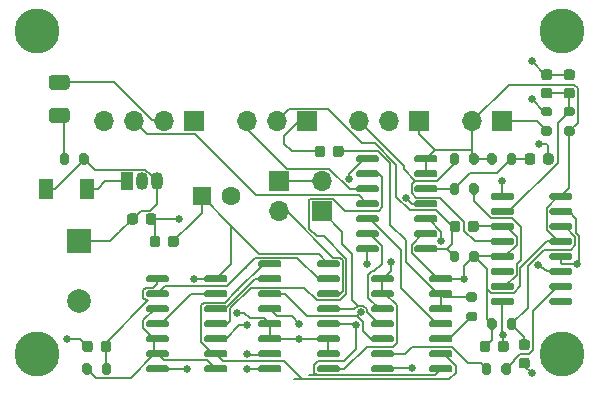
<source format=gtl>
G04 #@! TF.GenerationSoftware,KiCad,Pcbnew,(5.1.10-1-10_14)*
G04 #@! TF.CreationDate,2021-07-23T08:17:42-07:00*
G04 #@! TF.ProjectId,qiroll PAS digital logic,7169726f-6c6c-4205-9041-532064696769,rev?*
G04 #@! TF.SameCoordinates,Original*
G04 #@! TF.FileFunction,Copper,L1,Top*
G04 #@! TF.FilePolarity,Positive*
%FSLAX46Y46*%
G04 Gerber Fmt 4.6, Leading zero omitted, Abs format (unit mm)*
G04 Created by KiCad (PCBNEW (5.1.10-1-10_14)) date 2021-07-23 08:17:42*
%MOMM*%
%LPD*%
G01*
G04 APERTURE LIST*
G04 #@! TA.AperFunction,ComponentPad*
%ADD10O,1.700000X1.700000*%
G04 #@! TD*
G04 #@! TA.AperFunction,ComponentPad*
%ADD11R,1.700000X1.700000*%
G04 #@! TD*
G04 #@! TA.AperFunction,SMDPad,CuDef*
%ADD12R,1.300000X1.700000*%
G04 #@! TD*
G04 #@! TA.AperFunction,ComponentPad*
%ADD13C,1.600000*%
G04 #@! TD*
G04 #@! TA.AperFunction,ComponentPad*
%ADD14R,1.600000X1.600000*%
G04 #@! TD*
G04 #@! TA.AperFunction,ComponentPad*
%ADD15C,3.800000*%
G04 #@! TD*
G04 #@! TA.AperFunction,ComponentPad*
%ADD16R,1.050000X1.500000*%
G04 #@! TD*
G04 #@! TA.AperFunction,ComponentPad*
%ADD17O,1.050000X1.500000*%
G04 #@! TD*
G04 #@! TA.AperFunction,ComponentPad*
%ADD18C,2.000000*%
G04 #@! TD*
G04 #@! TA.AperFunction,ComponentPad*
%ADD19R,2.000000X2.000000*%
G04 #@! TD*
G04 #@! TA.AperFunction,ViaPad*
%ADD20C,0.650000*%
G04 #@! TD*
G04 #@! TA.AperFunction,Conductor*
%ADD21C,0.150000*%
G04 #@! TD*
G04 APERTURE END LIST*
D10*
G04 #@! TO.P,J4,4*
G04 #@! TO.N,Net-(J3-Pad2)*
X120015000Y-104140000D03*
G04 #@! TO.P,J4,3*
G04 #@! TO.N,Net-(J4-Pad3)*
X122555000Y-104140000D03*
G04 #@! TO.P,J4,2*
G04 #@! TO.N,Net-(F1-Pad2)*
X125095000Y-104140000D03*
D11*
G04 #@! TO.P,J4,1*
G04 #@! TO.N,GND*
X127635000Y-104140000D03*
G04 #@! TD*
G04 #@! TO.P,R11,2*
G04 #@! TO.N,Net-(R11-Pad2)*
G04 #@! TA.AperFunction,SMDPad,CuDef*
G36*
G01*
X153650000Y-125370000D02*
X153650000Y-124820000D01*
G75*
G02*
X153850000Y-124620000I200000J0D01*
G01*
X154250000Y-124620000D01*
G75*
G02*
X154450000Y-124820000I0J-200000D01*
G01*
X154450000Y-125370000D01*
G75*
G02*
X154250000Y-125570000I-200000J0D01*
G01*
X153850000Y-125570000D01*
G75*
G02*
X153650000Y-125370000I0J200000D01*
G01*
G37*
G04 #@! TD.AperFunction*
G04 #@! TO.P,R11,1*
G04 #@! TO.N,Net-(R11-Pad1)*
G04 #@! TA.AperFunction,SMDPad,CuDef*
G36*
G01*
X152000000Y-125370000D02*
X152000000Y-124820000D01*
G75*
G02*
X152200000Y-124620000I200000J0D01*
G01*
X152600000Y-124620000D01*
G75*
G02*
X152800000Y-124820000I0J-200000D01*
G01*
X152800000Y-125370000D01*
G75*
G02*
X152600000Y-125570000I-200000J0D01*
G01*
X152200000Y-125570000D01*
G75*
G02*
X152000000Y-125370000I0J200000D01*
G01*
G37*
G04 #@! TD.AperFunction*
G04 #@! TD*
G04 #@! TO.P,R10,2*
G04 #@! TO.N,Net-(C9-Pad1)*
G04 #@! TA.AperFunction,SMDPad,CuDef*
G36*
G01*
X150070000Y-109580000D02*
X150070000Y-110130000D01*
G75*
G02*
X149870000Y-110330000I-200000J0D01*
G01*
X149470000Y-110330000D01*
G75*
G02*
X149270000Y-110130000I0J200000D01*
G01*
X149270000Y-109580000D01*
G75*
G02*
X149470000Y-109380000I200000J0D01*
G01*
X149870000Y-109380000D01*
G75*
G02*
X150070000Y-109580000I0J-200000D01*
G01*
G37*
G04 #@! TD.AperFunction*
G04 #@! TO.P,R10,1*
G04 #@! TO.N,Net-(R10-Pad1)*
G04 #@! TA.AperFunction,SMDPad,CuDef*
G36*
G01*
X151720000Y-109580000D02*
X151720000Y-110130000D01*
G75*
G02*
X151520000Y-110330000I-200000J0D01*
G01*
X151120000Y-110330000D01*
G75*
G02*
X150920000Y-110130000I0J200000D01*
G01*
X150920000Y-109580000D01*
G75*
G02*
X151120000Y-109380000I200000J0D01*
G01*
X151520000Y-109380000D01*
G75*
G02*
X151720000Y-109580000I0J-200000D01*
G01*
G37*
G04 #@! TD.AperFunction*
G04 #@! TD*
G04 #@! TO.P,R9,2*
G04 #@! TO.N,Net-(C9-Pad1)*
G04 #@! TA.AperFunction,SMDPad,CuDef*
G36*
G01*
X154095000Y-107590000D02*
X154095000Y-107040000D01*
G75*
G02*
X154295000Y-106840000I200000J0D01*
G01*
X154695000Y-106840000D01*
G75*
G02*
X154895000Y-107040000I0J-200000D01*
G01*
X154895000Y-107590000D01*
G75*
G02*
X154695000Y-107790000I-200000J0D01*
G01*
X154295000Y-107790000D01*
G75*
G02*
X154095000Y-107590000I0J200000D01*
G01*
G37*
G04 #@! TD.AperFunction*
G04 #@! TO.P,R9,1*
G04 #@! TO.N,VDD*
G04 #@! TA.AperFunction,SMDPad,CuDef*
G36*
G01*
X152445000Y-107590000D02*
X152445000Y-107040000D01*
G75*
G02*
X152645000Y-106840000I200000J0D01*
G01*
X153045000Y-106840000D01*
G75*
G02*
X153245000Y-107040000I0J-200000D01*
G01*
X153245000Y-107590000D01*
G75*
G02*
X153045000Y-107790000I-200000J0D01*
G01*
X152645000Y-107790000D01*
G75*
G02*
X152445000Y-107590000I0J200000D01*
G01*
G37*
G04 #@! TD.AperFunction*
G04 #@! TD*
G04 #@! TO.P,R8,2*
G04 #@! TO.N,Net-(C5-Pad1)*
G04 #@! TA.AperFunction,SMDPad,CuDef*
G36*
G01*
X159660000Y-103715000D02*
X159110000Y-103715000D01*
G75*
G02*
X158910000Y-103515000I0J200000D01*
G01*
X158910000Y-103115000D01*
G75*
G02*
X159110000Y-102915000I200000J0D01*
G01*
X159660000Y-102915000D01*
G75*
G02*
X159860000Y-103115000I0J-200000D01*
G01*
X159860000Y-103515000D01*
G75*
G02*
X159660000Y-103715000I-200000J0D01*
G01*
G37*
G04 #@! TD.AperFunction*
G04 #@! TO.P,R8,1*
G04 #@! TO.N,VDD*
G04 #@! TA.AperFunction,SMDPad,CuDef*
G36*
G01*
X159660000Y-105365000D02*
X159110000Y-105365000D01*
G75*
G02*
X158910000Y-105165000I0J200000D01*
G01*
X158910000Y-104765000D01*
G75*
G02*
X159110000Y-104565000I200000J0D01*
G01*
X159660000Y-104565000D01*
G75*
G02*
X159860000Y-104765000I0J-200000D01*
G01*
X159860000Y-105165000D01*
G75*
G02*
X159660000Y-105365000I-200000J0D01*
G01*
G37*
G04 #@! TD.AperFunction*
G04 #@! TD*
G04 #@! TO.P,R6,2*
G04 #@! TO.N,Net-(C8-Pad1)*
G04 #@! TA.AperFunction,SMDPad,CuDef*
G36*
G01*
X154095000Y-121560000D02*
X154095000Y-121010000D01*
G75*
G02*
X154295000Y-120810000I200000J0D01*
G01*
X154695000Y-120810000D01*
G75*
G02*
X154895000Y-121010000I0J-200000D01*
G01*
X154895000Y-121560000D01*
G75*
G02*
X154695000Y-121760000I-200000J0D01*
G01*
X154295000Y-121760000D01*
G75*
G02*
X154095000Y-121560000I0J200000D01*
G01*
G37*
G04 #@! TD.AperFunction*
G04 #@! TO.P,R6,1*
G04 #@! TO.N,VDD*
G04 #@! TA.AperFunction,SMDPad,CuDef*
G36*
G01*
X152445000Y-121560000D02*
X152445000Y-121010000D01*
G75*
G02*
X152645000Y-120810000I200000J0D01*
G01*
X153045000Y-120810000D01*
G75*
G02*
X153245000Y-121010000I0J-200000D01*
G01*
X153245000Y-121560000D01*
G75*
G02*
X153045000Y-121760000I-200000J0D01*
G01*
X152645000Y-121760000D01*
G75*
G02*
X152445000Y-121560000I0J200000D01*
G01*
G37*
G04 #@! TD.AperFunction*
G04 #@! TD*
G04 #@! TO.P,R5,2*
G04 #@! TO.N,Net-(J5-Pad3)*
G04 #@! TA.AperFunction,SMDPad,CuDef*
G36*
G01*
X150070000Y-107040000D02*
X150070000Y-107590000D01*
G75*
G02*
X149870000Y-107790000I-200000J0D01*
G01*
X149470000Y-107790000D01*
G75*
G02*
X149270000Y-107590000I0J200000D01*
G01*
X149270000Y-107040000D01*
G75*
G02*
X149470000Y-106840000I200000J0D01*
G01*
X149870000Y-106840000D01*
G75*
G02*
X150070000Y-107040000I0J-200000D01*
G01*
G37*
G04 #@! TD.AperFunction*
G04 #@! TO.P,R5,1*
G04 #@! TO.N,VDD*
G04 #@! TA.AperFunction,SMDPad,CuDef*
G36*
G01*
X151720000Y-107040000D02*
X151720000Y-107590000D01*
G75*
G02*
X151520000Y-107790000I-200000J0D01*
G01*
X151120000Y-107790000D01*
G75*
G02*
X150920000Y-107590000I0J200000D01*
G01*
X150920000Y-107040000D01*
G75*
G02*
X151120000Y-106840000I200000J0D01*
G01*
X151520000Y-106840000D01*
G75*
G02*
X151720000Y-107040000I0J-200000D01*
G01*
G37*
G04 #@! TD.AperFunction*
G04 #@! TD*
G04 #@! TO.P,R4,2*
G04 #@! TO.N,Net-(R4-Pad2)*
G04 #@! TA.AperFunction,SMDPad,CuDef*
G36*
G01*
X150855000Y-120250000D02*
X151405000Y-120250000D01*
G75*
G02*
X151605000Y-120450000I0J-200000D01*
G01*
X151605000Y-120850000D01*
G75*
G02*
X151405000Y-121050000I-200000J0D01*
G01*
X150855000Y-121050000D01*
G75*
G02*
X150655000Y-120850000I0J200000D01*
G01*
X150655000Y-120450000D01*
G75*
G02*
X150855000Y-120250000I200000J0D01*
G01*
G37*
G04 #@! TD.AperFunction*
G04 #@! TO.P,R4,1*
G04 #@! TO.N,Net-(C3-Pad2)*
G04 #@! TA.AperFunction,SMDPad,CuDef*
G36*
G01*
X150855000Y-118600000D02*
X151405000Y-118600000D01*
G75*
G02*
X151605000Y-118800000I0J-200000D01*
G01*
X151605000Y-119200000D01*
G75*
G02*
X151405000Y-119400000I-200000J0D01*
G01*
X150855000Y-119400000D01*
G75*
G02*
X150655000Y-119200000I0J200000D01*
G01*
X150655000Y-118800000D01*
G75*
G02*
X150855000Y-118600000I200000J0D01*
G01*
G37*
G04 #@! TD.AperFunction*
G04 #@! TD*
G04 #@! TO.P,R3,2*
G04 #@! TO.N,Net-(C2-Pad2)*
G04 #@! TA.AperFunction,SMDPad,CuDef*
G36*
G01*
X150070000Y-115295000D02*
X150070000Y-115845000D01*
G75*
G02*
X149870000Y-116045000I-200000J0D01*
G01*
X149470000Y-116045000D01*
G75*
G02*
X149270000Y-115845000I0J200000D01*
G01*
X149270000Y-115295000D01*
G75*
G02*
X149470000Y-115095000I200000J0D01*
G01*
X149870000Y-115095000D01*
G75*
G02*
X150070000Y-115295000I0J-200000D01*
G01*
G37*
G04 #@! TD.AperFunction*
G04 #@! TO.P,R3,1*
G04 #@! TO.N,VDD*
G04 #@! TA.AperFunction,SMDPad,CuDef*
G36*
G01*
X151720000Y-115295000D02*
X151720000Y-115845000D01*
G75*
G02*
X151520000Y-116045000I-200000J0D01*
G01*
X151120000Y-116045000D01*
G75*
G02*
X150920000Y-115845000I0J200000D01*
G01*
X150920000Y-115295000D01*
G75*
G02*
X151120000Y-115095000I200000J0D01*
G01*
X151520000Y-115095000D01*
G75*
G02*
X151720000Y-115295000I0J-200000D01*
G01*
G37*
G04 #@! TD.AperFunction*
G04 #@! TD*
G04 #@! TO.P,R2,2*
G04 #@! TO.N,GND*
G04 #@! TA.AperFunction,SMDPad,CuDef*
G36*
G01*
X157755000Y-103715000D02*
X157205000Y-103715000D01*
G75*
G02*
X157005000Y-103515000I0J200000D01*
G01*
X157005000Y-103115000D01*
G75*
G02*
X157205000Y-102915000I200000J0D01*
G01*
X157755000Y-102915000D01*
G75*
G02*
X157955000Y-103115000I0J-200000D01*
G01*
X157955000Y-103515000D01*
G75*
G02*
X157755000Y-103715000I-200000J0D01*
G01*
G37*
G04 #@! TD.AperFunction*
G04 #@! TO.P,R2,1*
G04 #@! TO.N,Net-(J1-Pad1)*
G04 #@! TA.AperFunction,SMDPad,CuDef*
G36*
G01*
X157755000Y-105365000D02*
X157205000Y-105365000D01*
G75*
G02*
X157005000Y-105165000I0J200000D01*
G01*
X157005000Y-104765000D01*
G75*
G02*
X157205000Y-104565000I200000J0D01*
G01*
X157755000Y-104565000D01*
G75*
G02*
X157955000Y-104765000I0J-200000D01*
G01*
X157955000Y-105165000D01*
G75*
G02*
X157755000Y-105365000I-200000J0D01*
G01*
G37*
G04 #@! TD.AperFunction*
G04 #@! TD*
G04 #@! TO.P,R1,2*
G04 #@! TO.N,Net-(C1-Pad1)*
G04 #@! TA.AperFunction,SMDPad,CuDef*
G36*
G01*
X119805000Y-125370000D02*
X119805000Y-124820000D01*
G75*
G02*
X120005000Y-124620000I200000J0D01*
G01*
X120405000Y-124620000D01*
G75*
G02*
X120605000Y-124820000I0J-200000D01*
G01*
X120605000Y-125370000D01*
G75*
G02*
X120405000Y-125570000I-200000J0D01*
G01*
X120005000Y-125570000D01*
G75*
G02*
X119805000Y-125370000I0J200000D01*
G01*
G37*
G04 #@! TD.AperFunction*
G04 #@! TO.P,R1,1*
G04 #@! TO.N,Net-(R1-Pad1)*
G04 #@! TA.AperFunction,SMDPad,CuDef*
G36*
G01*
X118155000Y-125370000D02*
X118155000Y-124820000D01*
G75*
G02*
X118355000Y-124620000I200000J0D01*
G01*
X118755000Y-124620000D01*
G75*
G02*
X118955000Y-124820000I0J-200000D01*
G01*
X118955000Y-125370000D01*
G75*
G02*
X118755000Y-125570000I-200000J0D01*
G01*
X118355000Y-125570000D01*
G75*
G02*
X118155000Y-125370000I0J200000D01*
G01*
G37*
G04 #@! TD.AperFunction*
G04 #@! TD*
G04 #@! TO.P,C9,2*
G04 #@! TO.N,GND*
G04 #@! TA.AperFunction,SMDPad,CuDef*
G36*
G01*
X157170000Y-107565000D02*
X157170000Y-107065000D01*
G75*
G02*
X157395000Y-106840000I225000J0D01*
G01*
X157845000Y-106840000D01*
G75*
G02*
X158070000Y-107065000I0J-225000D01*
G01*
X158070000Y-107565000D01*
G75*
G02*
X157845000Y-107790000I-225000J0D01*
G01*
X157395000Y-107790000D01*
G75*
G02*
X157170000Y-107565000I0J225000D01*
G01*
G37*
G04 #@! TD.AperFunction*
G04 #@! TO.P,C9,1*
G04 #@! TO.N,Net-(C9-Pad1)*
G04 #@! TA.AperFunction,SMDPad,CuDef*
G36*
G01*
X155620000Y-107565000D02*
X155620000Y-107065000D01*
G75*
G02*
X155845000Y-106840000I225000J0D01*
G01*
X156295000Y-106840000D01*
G75*
G02*
X156520000Y-107065000I0J-225000D01*
G01*
X156520000Y-107565000D01*
G75*
G02*
X156295000Y-107790000I-225000J0D01*
G01*
X155845000Y-107790000D01*
G75*
G02*
X155620000Y-107565000I0J225000D01*
G01*
G37*
G04 #@! TD.AperFunction*
G04 #@! TD*
G04 #@! TO.P,C8,2*
G04 #@! TO.N,GND*
G04 #@! TA.AperFunction,SMDPad,CuDef*
G36*
G01*
X155325000Y-124150000D02*
X155825000Y-124150000D01*
G75*
G02*
X156050000Y-124375000I0J-225000D01*
G01*
X156050000Y-124825000D01*
G75*
G02*
X155825000Y-125050000I-225000J0D01*
G01*
X155325000Y-125050000D01*
G75*
G02*
X155100000Y-124825000I0J225000D01*
G01*
X155100000Y-124375000D01*
G75*
G02*
X155325000Y-124150000I225000J0D01*
G01*
G37*
G04 #@! TD.AperFunction*
G04 #@! TO.P,C8,1*
G04 #@! TO.N,Net-(C8-Pad1)*
G04 #@! TA.AperFunction,SMDPad,CuDef*
G36*
G01*
X155325000Y-122600000D02*
X155825000Y-122600000D01*
G75*
G02*
X156050000Y-122825000I0J-225000D01*
G01*
X156050000Y-123275000D01*
G75*
G02*
X155825000Y-123500000I-225000J0D01*
G01*
X155325000Y-123500000D01*
G75*
G02*
X155100000Y-123275000I0J225000D01*
G01*
X155100000Y-122825000D01*
G75*
G02*
X155325000Y-122600000I225000J0D01*
G01*
G37*
G04 #@! TD.AperFunction*
G04 #@! TD*
G04 #@! TO.P,C6,2*
G04 #@! TO.N,GND*
G04 #@! TA.AperFunction,SMDPad,CuDef*
G36*
G01*
X159635000Y-100640000D02*
X159135000Y-100640000D01*
G75*
G02*
X158910000Y-100415000I0J225000D01*
G01*
X158910000Y-99965000D01*
G75*
G02*
X159135000Y-99740000I225000J0D01*
G01*
X159635000Y-99740000D01*
G75*
G02*
X159860000Y-99965000I0J-225000D01*
G01*
X159860000Y-100415000D01*
G75*
G02*
X159635000Y-100640000I-225000J0D01*
G01*
G37*
G04 #@! TD.AperFunction*
G04 #@! TO.P,C6,1*
G04 #@! TO.N,Net-(C5-Pad1)*
G04 #@! TA.AperFunction,SMDPad,CuDef*
G36*
G01*
X159635000Y-102190000D02*
X159135000Y-102190000D01*
G75*
G02*
X158910000Y-101965000I0J225000D01*
G01*
X158910000Y-101515000D01*
G75*
G02*
X159135000Y-101290000I225000J0D01*
G01*
X159635000Y-101290000D01*
G75*
G02*
X159860000Y-101515000I0J-225000D01*
G01*
X159860000Y-101965000D01*
G75*
G02*
X159635000Y-102190000I-225000J0D01*
G01*
G37*
G04 #@! TD.AperFunction*
G04 #@! TD*
G04 #@! TO.P,C5,2*
G04 #@! TO.N,GND*
G04 #@! TA.AperFunction,SMDPad,CuDef*
G36*
G01*
X157730000Y-100640000D02*
X157230000Y-100640000D01*
G75*
G02*
X157005000Y-100415000I0J225000D01*
G01*
X157005000Y-99965000D01*
G75*
G02*
X157230000Y-99740000I225000J0D01*
G01*
X157730000Y-99740000D01*
G75*
G02*
X157955000Y-99965000I0J-225000D01*
G01*
X157955000Y-100415000D01*
G75*
G02*
X157730000Y-100640000I-225000J0D01*
G01*
G37*
G04 #@! TD.AperFunction*
G04 #@! TO.P,C5,1*
G04 #@! TO.N,Net-(C5-Pad1)*
G04 #@! TA.AperFunction,SMDPad,CuDef*
G36*
G01*
X157730000Y-102190000D02*
X157230000Y-102190000D01*
G75*
G02*
X157005000Y-101965000I0J225000D01*
G01*
X157005000Y-101515000D01*
G75*
G02*
X157230000Y-101290000I225000J0D01*
G01*
X157730000Y-101290000D01*
G75*
G02*
X157955000Y-101515000I0J-225000D01*
G01*
X157955000Y-101965000D01*
G75*
G02*
X157730000Y-102190000I-225000J0D01*
G01*
G37*
G04 #@! TD.AperFunction*
G04 #@! TD*
G04 #@! TO.P,C4,2*
G04 #@! TO.N,VDD*
G04 #@! TA.AperFunction,SMDPad,CuDef*
G36*
G01*
X152710000Y-122940000D02*
X152710000Y-123440000D01*
G75*
G02*
X152485000Y-123665000I-225000J0D01*
G01*
X152035000Y-123665000D01*
G75*
G02*
X151810000Y-123440000I0J225000D01*
G01*
X151810000Y-122940000D01*
G75*
G02*
X152035000Y-122715000I225000J0D01*
G01*
X152485000Y-122715000D01*
G75*
G02*
X152710000Y-122940000I0J-225000D01*
G01*
G37*
G04 #@! TD.AperFunction*
G04 #@! TO.P,C4,1*
G04 #@! TO.N,GND*
G04 #@! TA.AperFunction,SMDPad,CuDef*
G36*
G01*
X154260000Y-122940000D02*
X154260000Y-123440000D01*
G75*
G02*
X154035000Y-123665000I-225000J0D01*
G01*
X153585000Y-123665000D01*
G75*
G02*
X153360000Y-123440000I0J225000D01*
G01*
X153360000Y-122940000D01*
G75*
G02*
X153585000Y-122715000I225000J0D01*
G01*
X154035000Y-122715000D01*
G75*
G02*
X154260000Y-122940000I0J-225000D01*
G01*
G37*
G04 #@! TD.AperFunction*
G04 #@! TD*
G04 #@! TO.P,C3,2*
G04 #@! TO.N,Net-(C3-Pad2)*
G04 #@! TA.AperFunction,SMDPad,CuDef*
G36*
G01*
X139390000Y-106930000D02*
X139390000Y-106430000D01*
G75*
G02*
X139615000Y-106205000I225000J0D01*
G01*
X140065000Y-106205000D01*
G75*
G02*
X140290000Y-106430000I0J-225000D01*
G01*
X140290000Y-106930000D01*
G75*
G02*
X140065000Y-107155000I-225000J0D01*
G01*
X139615000Y-107155000D01*
G75*
G02*
X139390000Y-106930000I0J225000D01*
G01*
G37*
G04 #@! TD.AperFunction*
G04 #@! TO.P,C3,1*
G04 #@! TO.N,GND*
G04 #@! TA.AperFunction,SMDPad,CuDef*
G36*
G01*
X137840000Y-106930000D02*
X137840000Y-106430000D01*
G75*
G02*
X138065000Y-106205000I225000J0D01*
G01*
X138515000Y-106205000D01*
G75*
G02*
X138740000Y-106430000I0J-225000D01*
G01*
X138740000Y-106930000D01*
G75*
G02*
X138515000Y-107155000I-225000J0D01*
G01*
X138065000Y-107155000D01*
G75*
G02*
X137840000Y-106930000I0J225000D01*
G01*
G37*
G04 #@! TD.AperFunction*
G04 #@! TD*
G04 #@! TO.P,C2,2*
G04 #@! TO.N,Net-(C2-Pad2)*
G04 #@! TA.AperFunction,SMDPad,CuDef*
G36*
G01*
X150170000Y-112780000D02*
X150170000Y-113280000D01*
G75*
G02*
X149945000Y-113505000I-225000J0D01*
G01*
X149495000Y-113505000D01*
G75*
G02*
X149270000Y-113280000I0J225000D01*
G01*
X149270000Y-112780000D01*
G75*
G02*
X149495000Y-112555000I225000J0D01*
G01*
X149945000Y-112555000D01*
G75*
G02*
X150170000Y-112780000I0J-225000D01*
G01*
G37*
G04 #@! TD.AperFunction*
G04 #@! TO.P,C2,1*
G04 #@! TO.N,VDD*
G04 #@! TA.AperFunction,SMDPad,CuDef*
G36*
G01*
X151720000Y-112780000D02*
X151720000Y-113280000D01*
G75*
G02*
X151495000Y-113505000I-225000J0D01*
G01*
X151045000Y-113505000D01*
G75*
G02*
X150820000Y-113280000I0J225000D01*
G01*
X150820000Y-112780000D01*
G75*
G02*
X151045000Y-112555000I225000J0D01*
G01*
X151495000Y-112555000D01*
G75*
G02*
X151720000Y-112780000I0J-225000D01*
G01*
G37*
G04 #@! TD.AperFunction*
G04 #@! TD*
G04 #@! TO.P,C1,2*
G04 #@! TO.N,GND*
G04 #@! TA.AperFunction,SMDPad,CuDef*
G36*
G01*
X119055000Y-122940000D02*
X119055000Y-123440000D01*
G75*
G02*
X118830000Y-123665000I-225000J0D01*
G01*
X118380000Y-123665000D01*
G75*
G02*
X118155000Y-123440000I0J225000D01*
G01*
X118155000Y-122940000D01*
G75*
G02*
X118380000Y-122715000I225000J0D01*
G01*
X118830000Y-122715000D01*
G75*
G02*
X119055000Y-122940000I0J-225000D01*
G01*
G37*
G04 #@! TD.AperFunction*
G04 #@! TO.P,C1,1*
G04 #@! TO.N,Net-(C1-Pad1)*
G04 #@! TA.AperFunction,SMDPad,CuDef*
G36*
G01*
X120605000Y-122940000D02*
X120605000Y-123440000D01*
G75*
G02*
X120380000Y-123665000I-225000J0D01*
G01*
X119930000Y-123665000D01*
G75*
G02*
X119705000Y-123440000I0J225000D01*
G01*
X119705000Y-122940000D01*
G75*
G02*
X119930000Y-122715000I225000J0D01*
G01*
X120380000Y-122715000D01*
G75*
G02*
X120605000Y-122940000I0J-225000D01*
G01*
G37*
G04 #@! TD.AperFunction*
G04 #@! TD*
D12*
G04 #@! TO.P,D1,2*
G04 #@! TO.N,VDD*
X118590000Y-109855000D03*
G04 #@! TO.P,D1,1*
G04 #@! TO.N,Net-(C10-Pad1)*
X115090000Y-109855000D03*
G04 #@! TD*
G04 #@! TO.P,F1,2*
G04 #@! TO.N,Net-(F1-Pad2)*
G04 #@! TA.AperFunction,SMDPad,CuDef*
G36*
G01*
X116830000Y-101460000D02*
X115580000Y-101460000D01*
G75*
G02*
X115330000Y-101210000I0J250000D01*
G01*
X115330000Y-100460000D01*
G75*
G02*
X115580000Y-100210000I250000J0D01*
G01*
X116830000Y-100210000D01*
G75*
G02*
X117080000Y-100460000I0J-250000D01*
G01*
X117080000Y-101210000D01*
G75*
G02*
X116830000Y-101460000I-250000J0D01*
G01*
G37*
G04 #@! TD.AperFunction*
G04 #@! TO.P,F1,1*
G04 #@! TO.N,Net-(F1-Pad1)*
G04 #@! TA.AperFunction,SMDPad,CuDef*
G36*
G01*
X116830000Y-104260000D02*
X115580000Y-104260000D01*
G75*
G02*
X115330000Y-104010000I0J250000D01*
G01*
X115330000Y-103260000D01*
G75*
G02*
X115580000Y-103010000I250000J0D01*
G01*
X116830000Y-103010000D01*
G75*
G02*
X117080000Y-103260000I0J-250000D01*
G01*
X117080000Y-104010000D01*
G75*
G02*
X116830000Y-104260000I-250000J0D01*
G01*
G37*
G04 #@! TD.AperFunction*
G04 #@! TD*
G04 #@! TO.P,R7,2*
G04 #@! TO.N,Net-(F1-Pad1)*
G04 #@! TA.AperFunction,SMDPad,CuDef*
G36*
G01*
X117050000Y-107040000D02*
X117050000Y-107590000D01*
G75*
G02*
X116850000Y-107790000I-200000J0D01*
G01*
X116450000Y-107790000D01*
G75*
G02*
X116250000Y-107590000I0J200000D01*
G01*
X116250000Y-107040000D01*
G75*
G02*
X116450000Y-106840000I200000J0D01*
G01*
X116850000Y-106840000D01*
G75*
G02*
X117050000Y-107040000I0J-200000D01*
G01*
G37*
G04 #@! TD.AperFunction*
G04 #@! TO.P,R7,1*
G04 #@! TO.N,Net-(C10-Pad1)*
G04 #@! TA.AperFunction,SMDPad,CuDef*
G36*
G01*
X118700000Y-107040000D02*
X118700000Y-107590000D01*
G75*
G02*
X118500000Y-107790000I-200000J0D01*
G01*
X118100000Y-107790000D01*
G75*
G02*
X117900000Y-107590000I0J200000D01*
G01*
X117900000Y-107040000D01*
G75*
G02*
X118100000Y-106840000I200000J0D01*
G01*
X118500000Y-106840000D01*
G75*
G02*
X118700000Y-107040000I0J-200000D01*
G01*
G37*
G04 #@! TD.AperFunction*
G04 #@! TD*
D10*
G04 #@! TO.P,J1,2*
G04 #@! TO.N,VDD*
X151130000Y-104140000D03*
D11*
G04 #@! TO.P,J1,1*
G04 #@! TO.N,Net-(J1-Pad1)*
X153670000Y-104140000D03*
G04 #@! TD*
D10*
G04 #@! TO.P,J5,3*
G04 #@! TO.N,Net-(J5-Pad3)*
X141605000Y-104140000D03*
G04 #@! TO.P,J5,2*
G04 #@! TO.N,GND*
X144145000Y-104140000D03*
D11*
G04 #@! TO.P,J5,1*
G04 #@! TO.N,VDD*
X146685000Y-104140000D03*
G04 #@! TD*
D10*
G04 #@! TO.P,J2,3*
G04 #@! TO.N,Net-(J2-Pad3)*
X132080000Y-104140000D03*
G04 #@! TO.P,J2,2*
G04 #@! TO.N,Net-(C2-Pad2)*
X134620000Y-104140000D03*
D11*
G04 #@! TO.P,J2,1*
G04 #@! TO.N,GND*
X137160000Y-104140000D03*
G04 #@! TD*
D13*
G04 #@! TO.P,C12,2*
G04 #@! TO.N,GND*
X130770000Y-110490000D03*
D14*
G04 #@! TO.P,C12,1*
G04 #@! TO.N,VDD*
X128270000Y-110490000D03*
G04 #@! TD*
G04 #@! TO.P,C13,2*
G04 #@! TO.N,GND*
G04 #@! TA.AperFunction,SMDPad,CuDef*
G36*
G01*
X124770000Y-114050000D02*
X124770000Y-114550000D01*
G75*
G02*
X124545000Y-114775000I-225000J0D01*
G01*
X124095000Y-114775000D01*
G75*
G02*
X123870000Y-114550000I0J225000D01*
G01*
X123870000Y-114050000D01*
G75*
G02*
X124095000Y-113825000I225000J0D01*
G01*
X124545000Y-113825000D01*
G75*
G02*
X124770000Y-114050000I0J-225000D01*
G01*
G37*
G04 #@! TD.AperFunction*
G04 #@! TO.P,C13,1*
G04 #@! TO.N,VDD*
G04 #@! TA.AperFunction,SMDPad,CuDef*
G36*
G01*
X126320000Y-114050000D02*
X126320000Y-114550000D01*
G75*
G02*
X126095000Y-114775000I-225000J0D01*
G01*
X125645000Y-114775000D01*
G75*
G02*
X125420000Y-114550000I0J225000D01*
G01*
X125420000Y-114050000D01*
G75*
G02*
X125645000Y-113825000I225000J0D01*
G01*
X126095000Y-113825000D01*
G75*
G02*
X126320000Y-114050000I0J-225000D01*
G01*
G37*
G04 #@! TD.AperFunction*
G04 #@! TD*
G04 #@! TO.P,C11,2*
G04 #@! TO.N,GND*
G04 #@! TA.AperFunction,SMDPad,CuDef*
G36*
G01*
X123515000Y-112645000D02*
X123515000Y-112145000D01*
G75*
G02*
X123740000Y-111920000I225000J0D01*
G01*
X124190000Y-111920000D01*
G75*
G02*
X124415000Y-112145000I0J-225000D01*
G01*
X124415000Y-112645000D01*
G75*
G02*
X124190000Y-112870000I-225000J0D01*
G01*
X123740000Y-112870000D01*
G75*
G02*
X123515000Y-112645000I0J225000D01*
G01*
G37*
G04 #@! TD.AperFunction*
G04 #@! TO.P,C11,1*
G04 #@! TO.N,Net-(C10-Pad1)*
G04 #@! TA.AperFunction,SMDPad,CuDef*
G36*
G01*
X121965000Y-112645000D02*
X121965000Y-112145000D01*
G75*
G02*
X122190000Y-111920000I225000J0D01*
G01*
X122640000Y-111920000D01*
G75*
G02*
X122865000Y-112145000I0J-225000D01*
G01*
X122865000Y-112645000D01*
G75*
G02*
X122640000Y-112870000I-225000J0D01*
G01*
X122190000Y-112870000D01*
G75*
G02*
X121965000Y-112645000I0J225000D01*
G01*
G37*
G04 #@! TD.AperFunction*
G04 #@! TD*
D15*
G04 #@! TO.P,H4,1*
G04 #@! TO.N,GND*
X114300000Y-96520000D03*
G04 #@! TD*
G04 #@! TO.P,H3,1*
G04 #@! TO.N,GND*
X158750000Y-96520000D03*
G04 #@! TD*
D10*
G04 #@! TO.P,J6,2*
G04 #@! TO.N,Net-(J6-Pad2)*
X134820000Y-111760000D03*
D11*
G04 #@! TO.P,J6,1*
G04 #@! TO.N,Net-(J3-Pad2)*
X134820000Y-109220000D03*
G04 #@! TD*
D10*
G04 #@! TO.P,J3,2*
G04 #@! TO.N,Net-(J3-Pad2)*
X138430000Y-109220000D03*
D11*
G04 #@! TO.P,J3,1*
G04 #@! TO.N,Net-(J3-Pad1)*
X138430000Y-111760000D03*
G04 #@! TD*
D16*
G04 #@! TO.P,U7,1*
G04 #@! TO.N,VDD*
X121920000Y-109220000D03*
D17*
G04 #@! TO.P,U7,3*
G04 #@! TO.N,Net-(C10-Pad1)*
X124460000Y-109220000D03*
G04 #@! TO.P,U7,2*
G04 #@! TO.N,GND*
X123190000Y-109220000D03*
G04 #@! TD*
G04 #@! TO.P,U6,16*
G04 #@! TO.N,VDD*
G04 #@! TA.AperFunction,SMDPad,CuDef*
G36*
G01*
X157710000Y-110640000D02*
X157710000Y-110340000D01*
G75*
G02*
X157860000Y-110190000I150000J0D01*
G01*
X159510000Y-110190000D01*
G75*
G02*
X159660000Y-110340000I0J-150000D01*
G01*
X159660000Y-110640000D01*
G75*
G02*
X159510000Y-110790000I-150000J0D01*
G01*
X157860000Y-110790000D01*
G75*
G02*
X157710000Y-110640000I0J150000D01*
G01*
G37*
G04 #@! TD.AperFunction*
G04 #@! TO.P,U6,15*
G04 #@! TO.N,GND*
G04 #@! TA.AperFunction,SMDPad,CuDef*
G36*
G01*
X157710000Y-111910000D02*
X157710000Y-111610000D01*
G75*
G02*
X157860000Y-111460000I150000J0D01*
G01*
X159510000Y-111460000D01*
G75*
G02*
X159660000Y-111610000I0J-150000D01*
G01*
X159660000Y-111910000D01*
G75*
G02*
X159510000Y-112060000I-150000J0D01*
G01*
X157860000Y-112060000D01*
G75*
G02*
X157710000Y-111910000I0J150000D01*
G01*
G37*
G04 #@! TD.AperFunction*
G04 #@! TO.P,U6,14*
G04 #@! TO.N,Net-(C8-Pad1)*
G04 #@! TA.AperFunction,SMDPad,CuDef*
G36*
G01*
X157710000Y-113180000D02*
X157710000Y-112880000D01*
G75*
G02*
X157860000Y-112730000I150000J0D01*
G01*
X159510000Y-112730000D01*
G75*
G02*
X159660000Y-112880000I0J-150000D01*
G01*
X159660000Y-113180000D01*
G75*
G02*
X159510000Y-113330000I-150000J0D01*
G01*
X157860000Y-113330000D01*
G75*
G02*
X157710000Y-113180000I0J150000D01*
G01*
G37*
G04 #@! TD.AperFunction*
G04 #@! TO.P,U6,13*
G04 #@! TO.N,VDD*
G04 #@! TA.AperFunction,SMDPad,CuDef*
G36*
G01*
X157710000Y-114450000D02*
X157710000Y-114150000D01*
G75*
G02*
X157860000Y-114000000I150000J0D01*
G01*
X159510000Y-114000000D01*
G75*
G02*
X159660000Y-114150000I0J-150000D01*
G01*
X159660000Y-114450000D01*
G75*
G02*
X159510000Y-114600000I-150000J0D01*
G01*
X157860000Y-114600000D01*
G75*
G02*
X157710000Y-114450000I0J150000D01*
G01*
G37*
G04 #@! TD.AperFunction*
G04 #@! TO.P,U6,12*
G04 #@! TO.N,GND*
G04 #@! TA.AperFunction,SMDPad,CuDef*
G36*
G01*
X157710000Y-115720000D02*
X157710000Y-115420000D01*
G75*
G02*
X157860000Y-115270000I150000J0D01*
G01*
X159510000Y-115270000D01*
G75*
G02*
X159660000Y-115420000I0J-150000D01*
G01*
X159660000Y-115720000D01*
G75*
G02*
X159510000Y-115870000I-150000J0D01*
G01*
X157860000Y-115870000D01*
G75*
G02*
X157710000Y-115720000I0J150000D01*
G01*
G37*
G04 #@! TD.AperFunction*
G04 #@! TO.P,U6,11*
G04 #@! TO.N,Net-(U2-Pad3)*
G04 #@! TA.AperFunction,SMDPad,CuDef*
G36*
G01*
X157710000Y-116990000D02*
X157710000Y-116690000D01*
G75*
G02*
X157860000Y-116540000I150000J0D01*
G01*
X159510000Y-116540000D01*
G75*
G02*
X159660000Y-116690000I0J-150000D01*
G01*
X159660000Y-116990000D01*
G75*
G02*
X159510000Y-117140000I-150000J0D01*
G01*
X157860000Y-117140000D01*
G75*
G02*
X157710000Y-116990000I0J150000D01*
G01*
G37*
G04 #@! TD.AperFunction*
G04 #@! TO.P,U6,10*
G04 #@! TO.N,Net-(R11-Pad2)*
G04 #@! TA.AperFunction,SMDPad,CuDef*
G36*
G01*
X157710000Y-118260000D02*
X157710000Y-117960000D01*
G75*
G02*
X157860000Y-117810000I150000J0D01*
G01*
X159510000Y-117810000D01*
G75*
G02*
X159660000Y-117960000I0J-150000D01*
G01*
X159660000Y-118260000D01*
G75*
G02*
X159510000Y-118410000I-150000J0D01*
G01*
X157860000Y-118410000D01*
G75*
G02*
X157710000Y-118260000I0J150000D01*
G01*
G37*
G04 #@! TD.AperFunction*
G04 #@! TO.P,U6,9*
G04 #@! TO.N,Net-(U6-Pad9)*
G04 #@! TA.AperFunction,SMDPad,CuDef*
G36*
G01*
X157710000Y-119530000D02*
X157710000Y-119230000D01*
G75*
G02*
X157860000Y-119080000I150000J0D01*
G01*
X159510000Y-119080000D01*
G75*
G02*
X159660000Y-119230000I0J-150000D01*
G01*
X159660000Y-119530000D01*
G75*
G02*
X159510000Y-119680000I-150000J0D01*
G01*
X157860000Y-119680000D01*
G75*
G02*
X157710000Y-119530000I0J150000D01*
G01*
G37*
G04 #@! TD.AperFunction*
G04 #@! TO.P,U6,8*
G04 #@! TO.N,GND*
G04 #@! TA.AperFunction,SMDPad,CuDef*
G36*
G01*
X152760000Y-119530000D02*
X152760000Y-119230000D01*
G75*
G02*
X152910000Y-119080000I150000J0D01*
G01*
X154560000Y-119080000D01*
G75*
G02*
X154710000Y-119230000I0J-150000D01*
G01*
X154710000Y-119530000D01*
G75*
G02*
X154560000Y-119680000I-150000J0D01*
G01*
X152910000Y-119680000D01*
G75*
G02*
X152760000Y-119530000I0J150000D01*
G01*
G37*
G04 #@! TD.AperFunction*
G04 #@! TO.P,U6,7*
G04 #@! TO.N,Net-(R10-Pad1)*
G04 #@! TA.AperFunction,SMDPad,CuDef*
G36*
G01*
X152760000Y-118260000D02*
X152760000Y-117960000D01*
G75*
G02*
X152910000Y-117810000I150000J0D01*
G01*
X154560000Y-117810000D01*
G75*
G02*
X154710000Y-117960000I0J-150000D01*
G01*
X154710000Y-118260000D01*
G75*
G02*
X154560000Y-118410000I-150000J0D01*
G01*
X152910000Y-118410000D01*
G75*
G02*
X152760000Y-118260000I0J150000D01*
G01*
G37*
G04 #@! TD.AperFunction*
G04 #@! TO.P,U6,6*
G04 #@! TO.N,Net-(U6-Pad6)*
G04 #@! TA.AperFunction,SMDPad,CuDef*
G36*
G01*
X152760000Y-116990000D02*
X152760000Y-116690000D01*
G75*
G02*
X152910000Y-116540000I150000J0D01*
G01*
X154560000Y-116540000D01*
G75*
G02*
X154710000Y-116690000I0J-150000D01*
G01*
X154710000Y-116990000D01*
G75*
G02*
X154560000Y-117140000I-150000J0D01*
G01*
X152910000Y-117140000D01*
G75*
G02*
X152760000Y-116990000I0J150000D01*
G01*
G37*
G04 #@! TD.AperFunction*
G04 #@! TO.P,U6,5*
G04 #@! TO.N,VDD*
G04 #@! TA.AperFunction,SMDPad,CuDef*
G36*
G01*
X152760000Y-115720000D02*
X152760000Y-115420000D01*
G75*
G02*
X152910000Y-115270000I150000J0D01*
G01*
X154560000Y-115270000D01*
G75*
G02*
X154710000Y-115420000I0J-150000D01*
G01*
X154710000Y-115720000D01*
G75*
G02*
X154560000Y-115870000I-150000J0D01*
G01*
X152910000Y-115870000D01*
G75*
G02*
X152760000Y-115720000I0J150000D01*
G01*
G37*
G04 #@! TD.AperFunction*
G04 #@! TO.P,U6,4*
G04 #@! TO.N,Net-(J5-Pad3)*
G04 #@! TA.AperFunction,SMDPad,CuDef*
G36*
G01*
X152760000Y-114450000D02*
X152760000Y-114150000D01*
G75*
G02*
X152910000Y-114000000I150000J0D01*
G01*
X154560000Y-114000000D01*
G75*
G02*
X154710000Y-114150000I0J-150000D01*
G01*
X154710000Y-114450000D01*
G75*
G02*
X154560000Y-114600000I-150000J0D01*
G01*
X152910000Y-114600000D01*
G75*
G02*
X152760000Y-114450000I0J150000D01*
G01*
G37*
G04 #@! TD.AperFunction*
G04 #@! TO.P,U6,3*
G04 #@! TO.N,VDD*
G04 #@! TA.AperFunction,SMDPad,CuDef*
G36*
G01*
X152760000Y-113180000D02*
X152760000Y-112880000D01*
G75*
G02*
X152910000Y-112730000I150000J0D01*
G01*
X154560000Y-112730000D01*
G75*
G02*
X154710000Y-112880000I0J-150000D01*
G01*
X154710000Y-113180000D01*
G75*
G02*
X154560000Y-113330000I-150000J0D01*
G01*
X152910000Y-113330000D01*
G75*
G02*
X152760000Y-113180000I0J150000D01*
G01*
G37*
G04 #@! TD.AperFunction*
G04 #@! TO.P,U6,2*
G04 #@! TO.N,Net-(C5-Pad1)*
G04 #@! TA.AperFunction,SMDPad,CuDef*
G36*
G01*
X152760000Y-111910000D02*
X152760000Y-111610000D01*
G75*
G02*
X152910000Y-111460000I150000J0D01*
G01*
X154560000Y-111460000D01*
G75*
G02*
X154710000Y-111610000I0J-150000D01*
G01*
X154710000Y-111910000D01*
G75*
G02*
X154560000Y-112060000I-150000J0D01*
G01*
X152910000Y-112060000D01*
G75*
G02*
X152760000Y-111910000I0J150000D01*
G01*
G37*
G04 #@! TD.AperFunction*
G04 #@! TO.P,U6,1*
G04 #@! TO.N,GND*
G04 #@! TA.AperFunction,SMDPad,CuDef*
G36*
G01*
X152760000Y-110640000D02*
X152760000Y-110340000D01*
G75*
G02*
X152910000Y-110190000I150000J0D01*
G01*
X154560000Y-110190000D01*
G75*
G02*
X154710000Y-110340000I0J-150000D01*
G01*
X154710000Y-110640000D01*
G75*
G02*
X154560000Y-110790000I-150000J0D01*
G01*
X152910000Y-110790000D01*
G75*
G02*
X152760000Y-110640000I0J150000D01*
G01*
G37*
G04 #@! TD.AperFunction*
G04 #@! TD*
G04 #@! TO.P,U3,14*
G04 #@! TO.N,VDD*
G04 #@! TA.AperFunction,SMDPad,CuDef*
G36*
G01*
X146280000Y-107465000D02*
X146280000Y-107165000D01*
G75*
G02*
X146430000Y-107015000I150000J0D01*
G01*
X148080000Y-107015000D01*
G75*
G02*
X148230000Y-107165000I0J-150000D01*
G01*
X148230000Y-107465000D01*
G75*
G02*
X148080000Y-107615000I-150000J0D01*
G01*
X146430000Y-107615000D01*
G75*
G02*
X146280000Y-107465000I0J150000D01*
G01*
G37*
G04 #@! TD.AperFunction*
G04 #@! TO.P,U3,13*
G04 #@! TA.AperFunction,SMDPad,CuDef*
G36*
G01*
X146280000Y-108735000D02*
X146280000Y-108435000D01*
G75*
G02*
X146430000Y-108285000I150000J0D01*
G01*
X148080000Y-108285000D01*
G75*
G02*
X148230000Y-108435000I0J-150000D01*
G01*
X148230000Y-108735000D01*
G75*
G02*
X148080000Y-108885000I-150000J0D01*
G01*
X146430000Y-108885000D01*
G75*
G02*
X146280000Y-108735000I0J150000D01*
G01*
G37*
G04 #@! TD.AperFunction*
G04 #@! TO.P,U3,12*
G04 #@! TO.N,Net-(C9-Pad1)*
G04 #@! TA.AperFunction,SMDPad,CuDef*
G36*
G01*
X146280000Y-110005000D02*
X146280000Y-109705000D01*
G75*
G02*
X146430000Y-109555000I150000J0D01*
G01*
X148080000Y-109555000D01*
G75*
G02*
X148230000Y-109705000I0J-150000D01*
G01*
X148230000Y-110005000D01*
G75*
G02*
X148080000Y-110155000I-150000J0D01*
G01*
X146430000Y-110155000D01*
G75*
G02*
X146280000Y-110005000I0J150000D01*
G01*
G37*
G04 #@! TD.AperFunction*
G04 #@! TO.P,U3,11*
G04 #@! TO.N,Net-(U2-Pad12)*
G04 #@! TA.AperFunction,SMDPad,CuDef*
G36*
G01*
X146280000Y-111275000D02*
X146280000Y-110975000D01*
G75*
G02*
X146430000Y-110825000I150000J0D01*
G01*
X148080000Y-110825000D01*
G75*
G02*
X148230000Y-110975000I0J-150000D01*
G01*
X148230000Y-111275000D01*
G75*
G02*
X148080000Y-111425000I-150000J0D01*
G01*
X146430000Y-111425000D01*
G75*
G02*
X146280000Y-111275000I0J150000D01*
G01*
G37*
G04 #@! TD.AperFunction*
G04 #@! TO.P,U3,10*
G04 #@! TO.N,Net-(U2-Pad3)*
G04 #@! TA.AperFunction,SMDPad,CuDef*
G36*
G01*
X146280000Y-112545000D02*
X146280000Y-112245000D01*
G75*
G02*
X146430000Y-112095000I150000J0D01*
G01*
X148080000Y-112095000D01*
G75*
G02*
X148230000Y-112245000I0J-150000D01*
G01*
X148230000Y-112545000D01*
G75*
G02*
X148080000Y-112695000I-150000J0D01*
G01*
X146430000Y-112695000D01*
G75*
G02*
X146280000Y-112545000I0J150000D01*
G01*
G37*
G04 #@! TD.AperFunction*
G04 #@! TO.P,U3,9*
G04 #@! TO.N,VDD*
G04 #@! TA.AperFunction,SMDPad,CuDef*
G36*
G01*
X146280000Y-113815000D02*
X146280000Y-113515000D01*
G75*
G02*
X146430000Y-113365000I150000J0D01*
G01*
X148080000Y-113365000D01*
G75*
G02*
X148230000Y-113515000I0J-150000D01*
G01*
X148230000Y-113815000D01*
G75*
G02*
X148080000Y-113965000I-150000J0D01*
G01*
X146430000Y-113965000D01*
G75*
G02*
X146280000Y-113815000I0J150000D01*
G01*
G37*
G04 #@! TD.AperFunction*
G04 #@! TO.P,U3,8*
G04 #@! TO.N,Net-(C2-Pad2)*
G04 #@! TA.AperFunction,SMDPad,CuDef*
G36*
G01*
X146280000Y-115085000D02*
X146280000Y-114785000D01*
G75*
G02*
X146430000Y-114635000I150000J0D01*
G01*
X148080000Y-114635000D01*
G75*
G02*
X148230000Y-114785000I0J-150000D01*
G01*
X148230000Y-115085000D01*
G75*
G02*
X148080000Y-115235000I-150000J0D01*
G01*
X146430000Y-115235000D01*
G75*
G02*
X146280000Y-115085000I0J150000D01*
G01*
G37*
G04 #@! TD.AperFunction*
G04 #@! TO.P,U3,7*
G04 #@! TO.N,GND*
G04 #@! TA.AperFunction,SMDPad,CuDef*
G36*
G01*
X141330000Y-115085000D02*
X141330000Y-114785000D01*
G75*
G02*
X141480000Y-114635000I150000J0D01*
G01*
X143130000Y-114635000D01*
G75*
G02*
X143280000Y-114785000I0J-150000D01*
G01*
X143280000Y-115085000D01*
G75*
G02*
X143130000Y-115235000I-150000J0D01*
G01*
X141480000Y-115235000D01*
G75*
G02*
X141330000Y-115085000I0J150000D01*
G01*
G37*
G04 #@! TD.AperFunction*
G04 #@! TO.P,U3,6*
G04 #@! TO.N,Net-(U3-Pad6)*
G04 #@! TA.AperFunction,SMDPad,CuDef*
G36*
G01*
X141330000Y-113815000D02*
X141330000Y-113515000D01*
G75*
G02*
X141480000Y-113365000I150000J0D01*
G01*
X143130000Y-113365000D01*
G75*
G02*
X143280000Y-113515000I0J-150000D01*
G01*
X143280000Y-113815000D01*
G75*
G02*
X143130000Y-113965000I-150000J0D01*
G01*
X141480000Y-113965000D01*
G75*
G02*
X141330000Y-113815000I0J150000D01*
G01*
G37*
G04 #@! TD.AperFunction*
G04 #@! TO.P,U3,5*
G04 #@! TO.N,Net-(U3-Pad5)*
G04 #@! TA.AperFunction,SMDPad,CuDef*
G36*
G01*
X141330000Y-112545000D02*
X141330000Y-112245000D01*
G75*
G02*
X141480000Y-112095000I150000J0D01*
G01*
X143130000Y-112095000D01*
G75*
G02*
X143280000Y-112245000I0J-150000D01*
G01*
X143280000Y-112545000D01*
G75*
G02*
X143130000Y-112695000I-150000J0D01*
G01*
X141480000Y-112695000D01*
G75*
G02*
X141330000Y-112545000I0J150000D01*
G01*
G37*
G04 #@! TD.AperFunction*
G04 #@! TO.P,U3,4*
G04 #@! TO.N,Net-(J4-Pad3)*
G04 #@! TA.AperFunction,SMDPad,CuDef*
G36*
G01*
X141330000Y-111275000D02*
X141330000Y-110975000D01*
G75*
G02*
X141480000Y-110825000I150000J0D01*
G01*
X143130000Y-110825000D01*
G75*
G02*
X143280000Y-110975000I0J-150000D01*
G01*
X143280000Y-111275000D01*
G75*
G02*
X143130000Y-111425000I-150000J0D01*
G01*
X141480000Y-111425000D01*
G75*
G02*
X141330000Y-111275000I0J150000D01*
G01*
G37*
G04 #@! TD.AperFunction*
G04 #@! TO.P,U3,3*
G04 #@! TO.N,Net-(J2-Pad3)*
G04 #@! TA.AperFunction,SMDPad,CuDef*
G36*
G01*
X141330000Y-110005000D02*
X141330000Y-109705000D01*
G75*
G02*
X141480000Y-109555000I150000J0D01*
G01*
X143130000Y-109555000D01*
G75*
G02*
X143280000Y-109705000I0J-150000D01*
G01*
X143280000Y-110005000D01*
G75*
G02*
X143130000Y-110155000I-150000J0D01*
G01*
X141480000Y-110155000D01*
G75*
G02*
X141330000Y-110005000I0J150000D01*
G01*
G37*
G04 #@! TD.AperFunction*
G04 #@! TO.P,U3,2*
G04 #@! TO.N,Net-(U1-Pad11)*
G04 #@! TA.AperFunction,SMDPad,CuDef*
G36*
G01*
X141330000Y-108735000D02*
X141330000Y-108435000D01*
G75*
G02*
X141480000Y-108285000I150000J0D01*
G01*
X143130000Y-108285000D01*
G75*
G02*
X143280000Y-108435000I0J-150000D01*
G01*
X143280000Y-108735000D01*
G75*
G02*
X143130000Y-108885000I-150000J0D01*
G01*
X141480000Y-108885000D01*
G75*
G02*
X141330000Y-108735000I0J150000D01*
G01*
G37*
G04 #@! TD.AperFunction*
G04 #@! TO.P,U3,1*
G04 #@! TO.N,Net-(U1-Pad10)*
G04 #@! TA.AperFunction,SMDPad,CuDef*
G36*
G01*
X141330000Y-107465000D02*
X141330000Y-107165000D01*
G75*
G02*
X141480000Y-107015000I150000J0D01*
G01*
X143130000Y-107015000D01*
G75*
G02*
X143280000Y-107165000I0J-150000D01*
G01*
X143280000Y-107465000D01*
G75*
G02*
X143130000Y-107615000I-150000J0D01*
G01*
X141480000Y-107615000D01*
G75*
G02*
X141330000Y-107465000I0J150000D01*
G01*
G37*
G04 #@! TD.AperFunction*
G04 #@! TD*
G04 #@! TO.P,U2,16*
G04 #@! TO.N,VDD*
G04 #@! TA.AperFunction,SMDPad,CuDef*
G36*
G01*
X138025000Y-116355000D02*
X138025000Y-116055000D01*
G75*
G02*
X138175000Y-115905000I150000J0D01*
G01*
X139825000Y-115905000D01*
G75*
G02*
X139975000Y-116055000I0J-150000D01*
G01*
X139975000Y-116355000D01*
G75*
G02*
X139825000Y-116505000I-150000J0D01*
G01*
X138175000Y-116505000D01*
G75*
G02*
X138025000Y-116355000I0J150000D01*
G01*
G37*
G04 #@! TD.AperFunction*
G04 #@! TO.P,U2,15*
G04 #@! TO.N,Net-(U1-Pad2)*
G04 #@! TA.AperFunction,SMDPad,CuDef*
G36*
G01*
X138025000Y-117625000D02*
X138025000Y-117325000D01*
G75*
G02*
X138175000Y-117175000I150000J0D01*
G01*
X139825000Y-117175000D01*
G75*
G02*
X139975000Y-117325000I0J-150000D01*
G01*
X139975000Y-117625000D01*
G75*
G02*
X139825000Y-117775000I-150000J0D01*
G01*
X138175000Y-117775000D01*
G75*
G02*
X138025000Y-117625000I0J150000D01*
G01*
G37*
G04 #@! TD.AperFunction*
G04 #@! TO.P,U2,14*
G04 #@! TO.N,Net-(J6-Pad2)*
G04 #@! TA.AperFunction,SMDPad,CuDef*
G36*
G01*
X138025000Y-118895000D02*
X138025000Y-118595000D01*
G75*
G02*
X138175000Y-118445000I150000J0D01*
G01*
X139825000Y-118445000D01*
G75*
G02*
X139975000Y-118595000I0J-150000D01*
G01*
X139975000Y-118895000D01*
G75*
G02*
X139825000Y-119045000I-150000J0D01*
G01*
X138175000Y-119045000D01*
G75*
G02*
X138025000Y-118895000I0J150000D01*
G01*
G37*
G04 #@! TD.AperFunction*
G04 #@! TO.P,U2,13*
G04 #@! TO.N,Net-(J3-Pad1)*
G04 #@! TA.AperFunction,SMDPad,CuDef*
G36*
G01*
X138025000Y-120165000D02*
X138025000Y-119865000D01*
G75*
G02*
X138175000Y-119715000I150000J0D01*
G01*
X139825000Y-119715000D01*
G75*
G02*
X139975000Y-119865000I0J-150000D01*
G01*
X139975000Y-120165000D01*
G75*
G02*
X139825000Y-120315000I-150000J0D01*
G01*
X138175000Y-120315000D01*
G75*
G02*
X138025000Y-120165000I0J150000D01*
G01*
G37*
G04 #@! TD.AperFunction*
G04 #@! TO.P,U2,12*
G04 #@! TO.N,Net-(U2-Pad12)*
G04 #@! TA.AperFunction,SMDPad,CuDef*
G36*
G01*
X138025000Y-121435000D02*
X138025000Y-121135000D01*
G75*
G02*
X138175000Y-120985000I150000J0D01*
G01*
X139825000Y-120985000D01*
G75*
G02*
X139975000Y-121135000I0J-150000D01*
G01*
X139975000Y-121435000D01*
G75*
G02*
X139825000Y-121585000I-150000J0D01*
G01*
X138175000Y-121585000D01*
G75*
G02*
X138025000Y-121435000I0J150000D01*
G01*
G37*
G04 #@! TD.AperFunction*
G04 #@! TO.P,U2,11*
G04 #@! TO.N,VDD*
G04 #@! TA.AperFunction,SMDPad,CuDef*
G36*
G01*
X138025000Y-122705000D02*
X138025000Y-122405000D01*
G75*
G02*
X138175000Y-122255000I150000J0D01*
G01*
X139825000Y-122255000D01*
G75*
G02*
X139975000Y-122405000I0J-150000D01*
G01*
X139975000Y-122705000D01*
G75*
G02*
X139825000Y-122855000I-150000J0D01*
G01*
X138175000Y-122855000D01*
G75*
G02*
X138025000Y-122705000I0J150000D01*
G01*
G37*
G04 #@! TD.AperFunction*
G04 #@! TO.P,U2,10*
G04 #@! TA.AperFunction,SMDPad,CuDef*
G36*
G01*
X138025000Y-123975000D02*
X138025000Y-123675000D01*
G75*
G02*
X138175000Y-123525000I150000J0D01*
G01*
X139825000Y-123525000D01*
G75*
G02*
X139975000Y-123675000I0J-150000D01*
G01*
X139975000Y-123975000D01*
G75*
G02*
X139825000Y-124125000I-150000J0D01*
G01*
X138175000Y-124125000D01*
G75*
G02*
X138025000Y-123975000I0J150000D01*
G01*
G37*
G04 #@! TD.AperFunction*
G04 #@! TO.P,U2,9*
G04 #@! TO.N,Net-(J1-Pad1)*
G04 #@! TA.AperFunction,SMDPad,CuDef*
G36*
G01*
X138025000Y-125245000D02*
X138025000Y-124945000D01*
G75*
G02*
X138175000Y-124795000I150000J0D01*
G01*
X139825000Y-124795000D01*
G75*
G02*
X139975000Y-124945000I0J-150000D01*
G01*
X139975000Y-125245000D01*
G75*
G02*
X139825000Y-125395000I-150000J0D01*
G01*
X138175000Y-125395000D01*
G75*
G02*
X138025000Y-125245000I0J150000D01*
G01*
G37*
G04 #@! TD.AperFunction*
G04 #@! TO.P,U2,8*
G04 #@! TO.N,GND*
G04 #@! TA.AperFunction,SMDPad,CuDef*
G36*
G01*
X133075000Y-125245000D02*
X133075000Y-124945000D01*
G75*
G02*
X133225000Y-124795000I150000J0D01*
G01*
X134875000Y-124795000D01*
G75*
G02*
X135025000Y-124945000I0J-150000D01*
G01*
X135025000Y-125245000D01*
G75*
G02*
X134875000Y-125395000I-150000J0D01*
G01*
X133225000Y-125395000D01*
G75*
G02*
X133075000Y-125245000I0J150000D01*
G01*
G37*
G04 #@! TD.AperFunction*
G04 #@! TO.P,U2,7*
G04 #@! TA.AperFunction,SMDPad,CuDef*
G36*
G01*
X133075000Y-123975000D02*
X133075000Y-123675000D01*
G75*
G02*
X133225000Y-123525000I150000J0D01*
G01*
X134875000Y-123525000D01*
G75*
G02*
X135025000Y-123675000I0J-150000D01*
G01*
X135025000Y-123975000D01*
G75*
G02*
X134875000Y-124125000I-150000J0D01*
G01*
X133225000Y-124125000D01*
G75*
G02*
X133075000Y-123975000I0J150000D01*
G01*
G37*
G04 #@! TD.AperFunction*
G04 #@! TO.P,U2,6*
G04 #@! TO.N,VDD*
G04 #@! TA.AperFunction,SMDPad,CuDef*
G36*
G01*
X133075000Y-122705000D02*
X133075000Y-122405000D01*
G75*
G02*
X133225000Y-122255000I150000J0D01*
G01*
X134875000Y-122255000D01*
G75*
G02*
X135025000Y-122405000I0J-150000D01*
G01*
X135025000Y-122705000D01*
G75*
G02*
X134875000Y-122855000I-150000J0D01*
G01*
X133225000Y-122855000D01*
G75*
G02*
X133075000Y-122705000I0J150000D01*
G01*
G37*
G04 #@! TD.AperFunction*
G04 #@! TO.P,U2,5*
G04 #@! TA.AperFunction,SMDPad,CuDef*
G36*
G01*
X133075000Y-121435000D02*
X133075000Y-121135000D01*
G75*
G02*
X133225000Y-120985000I150000J0D01*
G01*
X134875000Y-120985000D01*
G75*
G02*
X135025000Y-121135000I0J-150000D01*
G01*
X135025000Y-121435000D01*
G75*
G02*
X134875000Y-121585000I-150000J0D01*
G01*
X133225000Y-121585000D01*
G75*
G02*
X133075000Y-121435000I0J150000D01*
G01*
G37*
G04 #@! TD.AperFunction*
G04 #@! TO.P,U2,4*
G04 #@! TO.N,GND*
G04 #@! TA.AperFunction,SMDPad,CuDef*
G36*
G01*
X133075000Y-120165000D02*
X133075000Y-119865000D01*
G75*
G02*
X133225000Y-119715000I150000J0D01*
G01*
X134875000Y-119715000D01*
G75*
G02*
X135025000Y-119865000I0J-150000D01*
G01*
X135025000Y-120165000D01*
G75*
G02*
X134875000Y-120315000I-150000J0D01*
G01*
X133225000Y-120315000D01*
G75*
G02*
X133075000Y-120165000I0J150000D01*
G01*
G37*
G04 #@! TD.AperFunction*
G04 #@! TO.P,U2,3*
G04 #@! TO.N,Net-(U2-Pad3)*
G04 #@! TA.AperFunction,SMDPad,CuDef*
G36*
G01*
X133075000Y-118895000D02*
X133075000Y-118595000D01*
G75*
G02*
X133225000Y-118445000I150000J0D01*
G01*
X134875000Y-118445000D01*
G75*
G02*
X135025000Y-118595000I0J-150000D01*
G01*
X135025000Y-118895000D01*
G75*
G02*
X134875000Y-119045000I-150000J0D01*
G01*
X133225000Y-119045000D01*
G75*
G02*
X133075000Y-118895000I0J150000D01*
G01*
G37*
G04 #@! TD.AperFunction*
G04 #@! TO.P,U2,2*
G04 #@! TO.N,Net-(U1-Pad12)*
G04 #@! TA.AperFunction,SMDPad,CuDef*
G36*
G01*
X133075000Y-117625000D02*
X133075000Y-117325000D01*
G75*
G02*
X133225000Y-117175000I150000J0D01*
G01*
X134875000Y-117175000D01*
G75*
G02*
X135025000Y-117325000I0J-150000D01*
G01*
X135025000Y-117625000D01*
G75*
G02*
X134875000Y-117775000I-150000J0D01*
G01*
X133225000Y-117775000D01*
G75*
G02*
X133075000Y-117625000I0J150000D01*
G01*
G37*
G04 #@! TD.AperFunction*
G04 #@! TO.P,U2,1*
G04 #@! TO.N,Net-(U1-Pad9)*
G04 #@! TA.AperFunction,SMDPad,CuDef*
G36*
G01*
X133075000Y-116355000D02*
X133075000Y-116055000D01*
G75*
G02*
X133225000Y-115905000I150000J0D01*
G01*
X134875000Y-115905000D01*
G75*
G02*
X135025000Y-116055000I0J-150000D01*
G01*
X135025000Y-116355000D01*
G75*
G02*
X134875000Y-116505000I-150000J0D01*
G01*
X133225000Y-116505000D01*
G75*
G02*
X133075000Y-116355000I0J150000D01*
G01*
G37*
G04 #@! TD.AperFunction*
G04 #@! TD*
G04 #@! TO.P,U1,14*
G04 #@! TO.N,VDD*
G04 #@! TA.AperFunction,SMDPad,CuDef*
G36*
G01*
X128500000Y-117625000D02*
X128500000Y-117325000D01*
G75*
G02*
X128650000Y-117175000I150000J0D01*
G01*
X130300000Y-117175000D01*
G75*
G02*
X130450000Y-117325000I0J-150000D01*
G01*
X130450000Y-117625000D01*
G75*
G02*
X130300000Y-117775000I-150000J0D01*
G01*
X128650000Y-117775000D01*
G75*
G02*
X128500000Y-117625000I0J150000D01*
G01*
G37*
G04 #@! TD.AperFunction*
G04 #@! TO.P,U1,13*
G04 #@! TO.N,Net-(U1-Pad13)*
G04 #@! TA.AperFunction,SMDPad,CuDef*
G36*
G01*
X128500000Y-118895000D02*
X128500000Y-118595000D01*
G75*
G02*
X128650000Y-118445000I150000J0D01*
G01*
X130300000Y-118445000D01*
G75*
G02*
X130450000Y-118595000I0J-150000D01*
G01*
X130450000Y-118895000D01*
G75*
G02*
X130300000Y-119045000I-150000J0D01*
G01*
X128650000Y-119045000D01*
G75*
G02*
X128500000Y-118895000I0J150000D01*
G01*
G37*
G04 #@! TD.AperFunction*
G04 #@! TO.P,U1,12*
G04 #@! TO.N,Net-(U1-Pad12)*
G04 #@! TA.AperFunction,SMDPad,CuDef*
G36*
G01*
X128500000Y-120165000D02*
X128500000Y-119865000D01*
G75*
G02*
X128650000Y-119715000I150000J0D01*
G01*
X130300000Y-119715000D01*
G75*
G02*
X130450000Y-119865000I0J-150000D01*
G01*
X130450000Y-120165000D01*
G75*
G02*
X130300000Y-120315000I-150000J0D01*
G01*
X128650000Y-120315000D01*
G75*
G02*
X128500000Y-120165000I0J150000D01*
G01*
G37*
G04 #@! TD.AperFunction*
G04 #@! TO.P,U1,11*
G04 #@! TO.N,Net-(U1-Pad11)*
G04 #@! TA.AperFunction,SMDPad,CuDef*
G36*
G01*
X128500000Y-121435000D02*
X128500000Y-121135000D01*
G75*
G02*
X128650000Y-120985000I150000J0D01*
G01*
X130300000Y-120985000D01*
G75*
G02*
X130450000Y-121135000I0J-150000D01*
G01*
X130450000Y-121435000D01*
G75*
G02*
X130300000Y-121585000I-150000J0D01*
G01*
X128650000Y-121585000D01*
G75*
G02*
X128500000Y-121435000I0J150000D01*
G01*
G37*
G04 #@! TD.AperFunction*
G04 #@! TO.P,U1,10*
G04 #@! TO.N,Net-(U1-Pad10)*
G04 #@! TA.AperFunction,SMDPad,CuDef*
G36*
G01*
X128500000Y-122705000D02*
X128500000Y-122405000D01*
G75*
G02*
X128650000Y-122255000I150000J0D01*
G01*
X130300000Y-122255000D01*
G75*
G02*
X130450000Y-122405000I0J-150000D01*
G01*
X130450000Y-122705000D01*
G75*
G02*
X130300000Y-122855000I-150000J0D01*
G01*
X128650000Y-122855000D01*
G75*
G02*
X128500000Y-122705000I0J150000D01*
G01*
G37*
G04 #@! TD.AperFunction*
G04 #@! TO.P,U1,9*
G04 #@! TO.N,Net-(U1-Pad9)*
G04 #@! TA.AperFunction,SMDPad,CuDef*
G36*
G01*
X128500000Y-123975000D02*
X128500000Y-123675000D01*
G75*
G02*
X128650000Y-123525000I150000J0D01*
G01*
X130300000Y-123525000D01*
G75*
G02*
X130450000Y-123675000I0J-150000D01*
G01*
X130450000Y-123975000D01*
G75*
G02*
X130300000Y-124125000I-150000J0D01*
G01*
X128650000Y-124125000D01*
G75*
G02*
X128500000Y-123975000I0J150000D01*
G01*
G37*
G04 #@! TD.AperFunction*
G04 #@! TO.P,U1,8*
G04 #@! TO.N,Net-(R1-Pad1)*
G04 #@! TA.AperFunction,SMDPad,CuDef*
G36*
G01*
X128500000Y-125245000D02*
X128500000Y-124945000D01*
G75*
G02*
X128650000Y-124795000I150000J0D01*
G01*
X130300000Y-124795000D01*
G75*
G02*
X130450000Y-124945000I0J-150000D01*
G01*
X130450000Y-125245000D01*
G75*
G02*
X130300000Y-125395000I-150000J0D01*
G01*
X128650000Y-125395000D01*
G75*
G02*
X128500000Y-125245000I0J150000D01*
G01*
G37*
G04 #@! TD.AperFunction*
G04 #@! TO.P,U1,7*
G04 #@! TO.N,GND*
G04 #@! TA.AperFunction,SMDPad,CuDef*
G36*
G01*
X123550000Y-125245000D02*
X123550000Y-124945000D01*
G75*
G02*
X123700000Y-124795000I150000J0D01*
G01*
X125350000Y-124795000D01*
G75*
G02*
X125500000Y-124945000I0J-150000D01*
G01*
X125500000Y-125245000D01*
G75*
G02*
X125350000Y-125395000I-150000J0D01*
G01*
X123700000Y-125395000D01*
G75*
G02*
X123550000Y-125245000I0J150000D01*
G01*
G37*
G04 #@! TD.AperFunction*
G04 #@! TO.P,U1,6*
G04 #@! TO.N,Net-(R1-Pad1)*
G04 #@! TA.AperFunction,SMDPad,CuDef*
G36*
G01*
X123550000Y-123975000D02*
X123550000Y-123675000D01*
G75*
G02*
X123700000Y-123525000I150000J0D01*
G01*
X125350000Y-123525000D01*
G75*
G02*
X125500000Y-123675000I0J-150000D01*
G01*
X125500000Y-123975000D01*
G75*
G02*
X125350000Y-124125000I-150000J0D01*
G01*
X123700000Y-124125000D01*
G75*
G02*
X123550000Y-123975000I0J150000D01*
G01*
G37*
G04 #@! TD.AperFunction*
G04 #@! TO.P,U1,5*
G04 #@! TA.AperFunction,SMDPad,CuDef*
G36*
G01*
X123550000Y-122705000D02*
X123550000Y-122405000D01*
G75*
G02*
X123700000Y-122255000I150000J0D01*
G01*
X125350000Y-122255000D01*
G75*
G02*
X125500000Y-122405000I0J-150000D01*
G01*
X125500000Y-122705000D01*
G75*
G02*
X125350000Y-122855000I-150000J0D01*
G01*
X123700000Y-122855000D01*
G75*
G02*
X123550000Y-122705000I0J150000D01*
G01*
G37*
G04 #@! TD.AperFunction*
G04 #@! TO.P,U1,4*
G04 #@! TO.N,Net-(U1-Pad13)*
G04 #@! TA.AperFunction,SMDPad,CuDef*
G36*
G01*
X123550000Y-121435000D02*
X123550000Y-121135000D01*
G75*
G02*
X123700000Y-120985000I150000J0D01*
G01*
X125350000Y-120985000D01*
G75*
G02*
X125500000Y-121135000I0J-150000D01*
G01*
X125500000Y-121435000D01*
G75*
G02*
X125350000Y-121585000I-150000J0D01*
G01*
X123700000Y-121585000D01*
G75*
G02*
X123550000Y-121435000I0J150000D01*
G01*
G37*
G04 #@! TD.AperFunction*
G04 #@! TO.P,U1,3*
G04 #@! TO.N,Net-(R1-Pad1)*
G04 #@! TA.AperFunction,SMDPad,CuDef*
G36*
G01*
X123550000Y-120165000D02*
X123550000Y-119865000D01*
G75*
G02*
X123700000Y-119715000I150000J0D01*
G01*
X125350000Y-119715000D01*
G75*
G02*
X125500000Y-119865000I0J-150000D01*
G01*
X125500000Y-120165000D01*
G75*
G02*
X125350000Y-120315000I-150000J0D01*
G01*
X123700000Y-120315000D01*
G75*
G02*
X123550000Y-120165000I0J150000D01*
G01*
G37*
G04 #@! TD.AperFunction*
G04 #@! TO.P,U1,2*
G04 #@! TO.N,Net-(U1-Pad2)*
G04 #@! TA.AperFunction,SMDPad,CuDef*
G36*
G01*
X123550000Y-118895000D02*
X123550000Y-118595000D01*
G75*
G02*
X123700000Y-118445000I150000J0D01*
G01*
X125350000Y-118445000D01*
G75*
G02*
X125500000Y-118595000I0J-150000D01*
G01*
X125500000Y-118895000D01*
G75*
G02*
X125350000Y-119045000I-150000J0D01*
G01*
X123700000Y-119045000D01*
G75*
G02*
X123550000Y-118895000I0J150000D01*
G01*
G37*
G04 #@! TD.AperFunction*
G04 #@! TO.P,U1,1*
G04 #@! TO.N,Net-(C1-Pad1)*
G04 #@! TA.AperFunction,SMDPad,CuDef*
G36*
G01*
X123550000Y-117625000D02*
X123550000Y-117325000D01*
G75*
G02*
X123700000Y-117175000I150000J0D01*
G01*
X125350000Y-117175000D01*
G75*
G02*
X125500000Y-117325000I0J-150000D01*
G01*
X125500000Y-117625000D01*
G75*
G02*
X125350000Y-117775000I-150000J0D01*
G01*
X123700000Y-117775000D01*
G75*
G02*
X123550000Y-117625000I0J150000D01*
G01*
G37*
G04 #@! TD.AperFunction*
G04 #@! TD*
D15*
G04 #@! TO.P,H2,1*
G04 #@! TO.N,GND*
X114300000Y-123825000D03*
G04 #@! TD*
G04 #@! TO.P,H1,1*
G04 #@! TO.N,GND*
X158750000Y-123825000D03*
G04 #@! TD*
D18*
G04 #@! TO.P,C10,2*
G04 #@! TO.N,GND*
X117910000Y-119300000D03*
D19*
G04 #@! TO.P,C10,1*
G04 #@! TO.N,Net-(C10-Pad1)*
X117910000Y-114300000D03*
G04 #@! TD*
G04 #@! TO.P,U5,14*
G04 #@! TO.N,VDD*
G04 #@! TA.AperFunction,SMDPad,CuDef*
G36*
G01*
X147550000Y-117625000D02*
X147550000Y-117325000D01*
G75*
G02*
X147700000Y-117175000I150000J0D01*
G01*
X149350000Y-117175000D01*
G75*
G02*
X149500000Y-117325000I0J-150000D01*
G01*
X149500000Y-117625000D01*
G75*
G02*
X149350000Y-117775000I-150000J0D01*
G01*
X147700000Y-117775000D01*
G75*
G02*
X147550000Y-117625000I0J150000D01*
G01*
G37*
G04 #@! TD.AperFunction*
G04 #@! TO.P,U5,13*
G04 #@! TO.N,Net-(C3-Pad2)*
G04 #@! TA.AperFunction,SMDPad,CuDef*
G36*
G01*
X147550000Y-118895000D02*
X147550000Y-118595000D01*
G75*
G02*
X147700000Y-118445000I150000J0D01*
G01*
X149350000Y-118445000D01*
G75*
G02*
X149500000Y-118595000I0J-150000D01*
G01*
X149500000Y-118895000D01*
G75*
G02*
X149350000Y-119045000I-150000J0D01*
G01*
X147700000Y-119045000D01*
G75*
G02*
X147550000Y-118895000I0J150000D01*
G01*
G37*
G04 #@! TD.AperFunction*
G04 #@! TO.P,U5,12*
G04 #@! TA.AperFunction,SMDPad,CuDef*
G36*
G01*
X147550000Y-120165000D02*
X147550000Y-119865000D01*
G75*
G02*
X147700000Y-119715000I150000J0D01*
G01*
X149350000Y-119715000D01*
G75*
G02*
X149500000Y-119865000I0J-150000D01*
G01*
X149500000Y-120165000D01*
G75*
G02*
X149350000Y-120315000I-150000J0D01*
G01*
X147700000Y-120315000D01*
G75*
G02*
X147550000Y-120165000I0J150000D01*
G01*
G37*
G04 #@! TD.AperFunction*
G04 #@! TO.P,U5,11*
G04 #@! TO.N,Net-(U3-Pad5)*
G04 #@! TA.AperFunction,SMDPad,CuDef*
G36*
G01*
X147550000Y-121435000D02*
X147550000Y-121135000D01*
G75*
G02*
X147700000Y-120985000I150000J0D01*
G01*
X149350000Y-120985000D01*
G75*
G02*
X149500000Y-121135000I0J-150000D01*
G01*
X149500000Y-121435000D01*
G75*
G02*
X149350000Y-121585000I-150000J0D01*
G01*
X147700000Y-121585000D01*
G75*
G02*
X147550000Y-121435000I0J150000D01*
G01*
G37*
G04 #@! TD.AperFunction*
G04 #@! TO.P,U5,10*
G04 #@! TO.N,Net-(R4-Pad2)*
G04 #@! TA.AperFunction,SMDPad,CuDef*
G36*
G01*
X147550000Y-122705000D02*
X147550000Y-122405000D01*
G75*
G02*
X147700000Y-122255000I150000J0D01*
G01*
X149350000Y-122255000D01*
G75*
G02*
X149500000Y-122405000I0J-150000D01*
G01*
X149500000Y-122705000D01*
G75*
G02*
X149350000Y-122855000I-150000J0D01*
G01*
X147700000Y-122855000D01*
G75*
G02*
X147550000Y-122705000I0J150000D01*
G01*
G37*
G04 #@! TD.AperFunction*
G04 #@! TO.P,U5,9*
G04 #@! TO.N,Net-(U1-Pad9)*
G04 #@! TA.AperFunction,SMDPad,CuDef*
G36*
G01*
X147550000Y-123975000D02*
X147550000Y-123675000D01*
G75*
G02*
X147700000Y-123525000I150000J0D01*
G01*
X149350000Y-123525000D01*
G75*
G02*
X149500000Y-123675000I0J-150000D01*
G01*
X149500000Y-123975000D01*
G75*
G02*
X149350000Y-124125000I-150000J0D01*
G01*
X147700000Y-124125000D01*
G75*
G02*
X147550000Y-123975000I0J150000D01*
G01*
G37*
G04 #@! TD.AperFunction*
G04 #@! TO.P,U5,8*
G04 #@! TO.N,Net-(U2-Pad12)*
G04 #@! TA.AperFunction,SMDPad,CuDef*
G36*
G01*
X147550000Y-125245000D02*
X147550000Y-124945000D01*
G75*
G02*
X147700000Y-124795000I150000J0D01*
G01*
X149350000Y-124795000D01*
G75*
G02*
X149500000Y-124945000I0J-150000D01*
G01*
X149500000Y-125245000D01*
G75*
G02*
X149350000Y-125395000I-150000J0D01*
G01*
X147700000Y-125395000D01*
G75*
G02*
X147550000Y-125245000I0J150000D01*
G01*
G37*
G04 #@! TD.AperFunction*
G04 #@! TO.P,U5,7*
G04 #@! TO.N,GND*
G04 #@! TA.AperFunction,SMDPad,CuDef*
G36*
G01*
X142600000Y-125245000D02*
X142600000Y-124945000D01*
G75*
G02*
X142750000Y-124795000I150000J0D01*
G01*
X144400000Y-124795000D01*
G75*
G02*
X144550000Y-124945000I0J-150000D01*
G01*
X144550000Y-125245000D01*
G75*
G02*
X144400000Y-125395000I-150000J0D01*
G01*
X142750000Y-125395000D01*
G75*
G02*
X142600000Y-125245000I0J150000D01*
G01*
G37*
G04 #@! TD.AperFunction*
G04 #@! TO.P,U5,6*
G04 #@! TO.N,Net-(R11-Pad1)*
G04 #@! TA.AperFunction,SMDPad,CuDef*
G36*
G01*
X142600000Y-123975000D02*
X142600000Y-123675000D01*
G75*
G02*
X142750000Y-123525000I150000J0D01*
G01*
X144400000Y-123525000D01*
G75*
G02*
X144550000Y-123675000I0J-150000D01*
G01*
X144550000Y-123975000D01*
G75*
G02*
X144400000Y-124125000I-150000J0D01*
G01*
X142750000Y-124125000D01*
G75*
G02*
X142600000Y-123975000I0J150000D01*
G01*
G37*
G04 #@! TD.AperFunction*
G04 #@! TO.P,U5,5*
G04 #@! TO.N,Net-(U2-Pad3)*
G04 #@! TA.AperFunction,SMDPad,CuDef*
G36*
G01*
X142600000Y-122705000D02*
X142600000Y-122405000D01*
G75*
G02*
X142750000Y-122255000I150000J0D01*
G01*
X144400000Y-122255000D01*
G75*
G02*
X144550000Y-122405000I0J-150000D01*
G01*
X144550000Y-122705000D01*
G75*
G02*
X144400000Y-122855000I-150000J0D01*
G01*
X142750000Y-122855000D01*
G75*
G02*
X142600000Y-122705000I0J150000D01*
G01*
G37*
G04 #@! TD.AperFunction*
G04 #@! TO.P,U5,4*
G04 #@! TO.N,Net-(J3-Pad1)*
G04 #@! TA.AperFunction,SMDPad,CuDef*
G36*
G01*
X142600000Y-121435000D02*
X142600000Y-121135000D01*
G75*
G02*
X142750000Y-120985000I150000J0D01*
G01*
X144400000Y-120985000D01*
G75*
G02*
X144550000Y-121135000I0J-150000D01*
G01*
X144550000Y-121435000D01*
G75*
G02*
X144400000Y-121585000I-150000J0D01*
G01*
X142750000Y-121585000D01*
G75*
G02*
X142600000Y-121435000I0J150000D01*
G01*
G37*
G04 #@! TD.AperFunction*
G04 #@! TO.P,U5,3*
G04 #@! TO.N,Net-(U3-Pad6)*
G04 #@! TA.AperFunction,SMDPad,CuDef*
G36*
G01*
X142600000Y-120165000D02*
X142600000Y-119865000D01*
G75*
G02*
X142750000Y-119715000I150000J0D01*
G01*
X144400000Y-119715000D01*
G75*
G02*
X144550000Y-119865000I0J-150000D01*
G01*
X144550000Y-120165000D01*
G75*
G02*
X144400000Y-120315000I-150000J0D01*
G01*
X142750000Y-120315000D01*
G75*
G02*
X142600000Y-120165000I0J150000D01*
G01*
G37*
G04 #@! TD.AperFunction*
G04 #@! TO.P,U5,2*
G04 #@! TO.N,Net-(J1-Pad1)*
G04 #@! TA.AperFunction,SMDPad,CuDef*
G36*
G01*
X142600000Y-118895000D02*
X142600000Y-118595000D01*
G75*
G02*
X142750000Y-118445000I150000J0D01*
G01*
X144400000Y-118445000D01*
G75*
G02*
X144550000Y-118595000I0J-150000D01*
G01*
X144550000Y-118895000D01*
G75*
G02*
X144400000Y-119045000I-150000J0D01*
G01*
X142750000Y-119045000D01*
G75*
G02*
X142600000Y-118895000I0J150000D01*
G01*
G37*
G04 #@! TD.AperFunction*
G04 #@! TO.P,U5,1*
G04 #@! TA.AperFunction,SMDPad,CuDef*
G36*
G01*
X142600000Y-117625000D02*
X142600000Y-117325000D01*
G75*
G02*
X142750000Y-117175000I150000J0D01*
G01*
X144400000Y-117175000D01*
G75*
G02*
X144550000Y-117325000I0J-150000D01*
G01*
X144550000Y-117625000D01*
G75*
G02*
X144400000Y-117775000I-150000J0D01*
G01*
X142750000Y-117775000D01*
G75*
G02*
X142600000Y-117625000I0J150000D01*
G01*
G37*
G04 #@! TD.AperFunction*
G04 #@! TD*
D20*
G04 #@! TO.N,GND*
X156210500Y-125454300D03*
X142305000Y-116205000D03*
X136525000Y-121285000D03*
X156210000Y-102235000D03*
X146050000Y-125051800D03*
X156210000Y-99060000D03*
X126365000Y-112395000D03*
X153735000Y-109220000D03*
X156845000Y-106045000D03*
X153810000Y-122234600D03*
X116840000Y-122555000D03*
X160020000Y-116205000D03*
X132080000Y-125095000D03*
X132080000Y-123825000D03*
X127000000Y-125095000D03*
G04 #@! TO.N,Net-(U1-Pad10)*
X140732300Y-109004300D03*
X132080000Y-121398700D03*
G04 #@! TO.N,Net-(U2-Pad3)*
X141744400Y-120289100D03*
X148561100Y-114257300D03*
X156750500Y-116316300D03*
G04 #@! TO.N,Net-(J1-Pad1)*
X144283400Y-116015900D03*
G04 #@! TO.N,Net-(U2-Pad12)*
X145608100Y-110630600D03*
X141361300Y-121369990D03*
G04 #@! TO.N,VDD*
X150495000Y-117475000D03*
X127635000Y-117475000D03*
X131241300Y-120348400D03*
X136525000Y-122555000D03*
G04 #@! TD*
D21*
G04 #@! TO.N,GND*
X156210500Y-125454300D02*
X155575000Y-124818800D01*
X155575000Y-124818800D02*
X155575000Y-124600000D01*
X134086700Y-120051700D02*
X134050000Y-120015000D01*
X159945600Y-112367000D02*
X159338600Y-111760000D01*
X159338600Y-111760000D02*
X158685000Y-111760000D01*
X138290000Y-106345300D02*
X138290000Y-106680000D01*
X145027300Y-125051800D02*
X143618200Y-125051800D01*
X143618200Y-125051800D02*
X143575000Y-125095000D01*
X153810000Y-122234600D02*
X153735000Y-122159600D01*
X153735000Y-122159600D02*
X153735000Y-119380000D01*
X153810000Y-123190000D02*
X153810000Y-122234600D01*
X153735000Y-110490000D02*
X153735000Y-109709800D01*
X159385000Y-100190000D02*
X157480000Y-100190000D01*
X132080000Y-125095000D02*
X134050000Y-125095000D01*
X132159100Y-123904100D02*
X132080000Y-123825000D01*
X133970900Y-123904100D02*
X132159100Y-123904100D01*
X134050000Y-123825000D02*
X133970900Y-123904100D01*
X153735000Y-109709800D02*
X153735000Y-109220000D01*
X158685000Y-115570000D02*
X158692600Y-115577600D01*
X158685000Y-116140000D02*
X158750000Y-116205000D01*
X158685000Y-115570000D02*
X158685000Y-116140000D01*
X158750000Y-116205000D02*
X160020000Y-116205000D01*
X160217210Y-113831232D02*
X160217210Y-116007790D01*
X159945600Y-113559622D02*
X160217210Y-113831232D01*
X160217210Y-116007790D02*
X160020000Y-116205000D01*
X159945600Y-112367000D02*
X159945600Y-113559622D01*
X157340000Y-100190000D02*
X157480000Y-100190000D01*
X156210000Y-99060000D02*
X157340000Y-100190000D01*
X157480000Y-106045000D02*
X156845000Y-106045000D01*
X157620000Y-106185000D02*
X157480000Y-106045000D01*
X157620000Y-107315000D02*
X157620000Y-106185000D01*
X124460000Y-112395000D02*
X124740000Y-112395000D01*
X124525000Y-125095000D02*
X127000000Y-125095000D01*
X134685000Y-120650000D02*
X134050000Y-120015000D01*
X135890000Y-120650000D02*
X134685000Y-120650000D01*
X126365000Y-112395000D02*
X124740000Y-112395000D01*
X124320000Y-114300000D02*
X124460000Y-114300000D01*
X136525000Y-104140000D02*
X137160000Y-104140000D01*
X135255000Y-106045000D02*
X135255000Y-105410000D01*
X135255000Y-105410000D02*
X136525000Y-104140000D01*
X135890000Y-106680000D02*
X135255000Y-106045000D01*
X138290000Y-106680000D02*
X135890000Y-106680000D01*
X145027300Y-125051800D02*
X146050000Y-125051800D01*
X142305000Y-114935000D02*
X142305000Y-116205000D01*
X157290000Y-103315000D02*
X156210000Y-102235000D01*
X157480000Y-103315000D02*
X157290000Y-103315000D01*
X117970000Y-122555000D02*
X118605000Y-123190000D01*
X116840000Y-122555000D02*
X117970000Y-122555000D01*
X135890000Y-120650000D02*
X136525000Y-121285000D01*
X124460000Y-112395000D02*
X123965000Y-112395000D01*
X124320000Y-112750000D02*
X123965000Y-112395000D01*
X124320000Y-114300000D02*
X124320000Y-112750000D01*
G04 #@! TO.N,Net-(C1-Pad1)*
X120155000Y-123190000D02*
X120155000Y-125045000D01*
X120155000Y-125045000D02*
X120205000Y-125095000D01*
X124525000Y-117475000D02*
X124273900Y-117475000D01*
X120155000Y-122863900D02*
X120155000Y-123190000D01*
X123748890Y-119270010D02*
X120155000Y-122863900D01*
X123544664Y-119270010D02*
X123748890Y-119270010D01*
X123324990Y-119050336D02*
X123544664Y-119270010D01*
X124525000Y-117865361D02*
X124170371Y-118219990D01*
X123324990Y-118439664D02*
X123324990Y-119050336D01*
X123544664Y-118219990D02*
X123324990Y-118439664D01*
X124170371Y-118219990D02*
X123544664Y-118219990D01*
X124525000Y-117475000D02*
X124525000Y-117865361D01*
G04 #@! TO.N,Net-(J2-Pad3)*
X132191400Y-104251400D02*
X132080000Y-104140000D01*
X135449600Y-108144600D02*
X132191400Y-104886400D01*
X139074000Y-108144600D02*
X135449600Y-108144600D01*
X140784400Y-109855000D02*
X139074000Y-108144600D01*
X132191400Y-104886400D02*
X132191400Y-104251400D01*
X142305000Y-109855000D02*
X140784400Y-109855000D01*
G04 #@! TO.N,Net-(U1-Pad10)*
X142305000Y-107315000D02*
X142017600Y-107315000D01*
X142017600Y-107315000D02*
X140732300Y-108600300D01*
X140732300Y-108600300D02*
X140732300Y-109004300D01*
X130288700Y-122555000D02*
X131445000Y-121398700D01*
X129475000Y-122555000D02*
X130288700Y-122555000D01*
X131445000Y-121398700D02*
X132080000Y-121398700D01*
G04 #@! TO.N,Net-(U1-Pad9)*
X129475000Y-123825000D02*
X129220800Y-123825000D01*
X129220800Y-123825000D02*
X128245700Y-122849900D01*
X128245700Y-122849900D02*
X128245700Y-119689900D01*
X128245700Y-119689900D02*
X128449300Y-119486300D01*
X128449300Y-119486300D02*
X130239600Y-119486300D01*
X133755800Y-116205000D02*
X134050000Y-116205000D01*
X148525000Y-123825000D02*
X148762700Y-123825000D01*
X148762700Y-123825000D02*
X149764900Y-124827200D01*
X149764900Y-125399400D02*
X149217300Y-125947000D01*
X149764900Y-124827200D02*
X149764900Y-125399400D01*
X149217300Y-125947000D02*
X136107000Y-125947000D01*
X133520900Y-116205000D02*
X131212950Y-118512950D01*
X131212950Y-118512950D02*
X131338700Y-118387200D01*
X134050000Y-116205000D02*
X133520900Y-116205000D01*
X130239600Y-119486300D02*
X131212950Y-118512950D01*
X130110000Y-124460000D02*
X129475000Y-123825000D01*
X135255000Y-124460000D02*
X130110000Y-124460000D01*
X136742000Y-125947000D02*
X135255000Y-124460000D01*
G04 #@! TO.N,Net-(U2-Pad3)*
X141744400Y-120289100D02*
X141398700Y-120634800D01*
X134050000Y-118745000D02*
X135311800Y-118745000D01*
X135311800Y-118745000D02*
X137201600Y-120634800D01*
X137836600Y-120634800D02*
X141398700Y-120634800D01*
X148561100Y-114257300D02*
X148561100Y-113465000D01*
X148561100Y-113465000D02*
X147491100Y-112395000D01*
X147491100Y-112395000D02*
X147255000Y-112395000D01*
X157480000Y-116840000D02*
X158685000Y-116840000D01*
X156750500Y-116316300D02*
X157480000Y-116840000D01*
X137201600Y-120634800D02*
X138471600Y-120634800D01*
X141440114Y-120634800D02*
X141911302Y-121105988D01*
X141911302Y-121866302D02*
X142600000Y-122555000D01*
X141398700Y-120634800D02*
X141440114Y-120634800D01*
X141911302Y-121105988D02*
X141911302Y-121866302D01*
X142600000Y-122555000D02*
X143575000Y-122555000D01*
G04 #@! TO.N,Net-(C10-Pad1)*
X124460000Y-111125000D02*
X124460000Y-109220000D01*
X121285000Y-113525000D02*
X122415000Y-112395000D01*
X123890010Y-111694990D02*
X124460000Y-111125000D01*
X123115010Y-111694990D02*
X123890010Y-111694990D01*
X122415000Y-112395000D02*
X123115010Y-111694990D01*
X120510000Y-114300000D02*
X118110000Y-114300000D01*
X121285000Y-113525000D02*
X120510000Y-114300000D01*
X119229700Y-108244700D02*
X118300000Y-107315000D01*
X123484990Y-108244990D02*
X123484700Y-108244700D01*
X123500664Y-108244990D02*
X123484990Y-108244990D01*
X123484700Y-108244700D02*
X119229700Y-108244700D01*
X123940010Y-108684336D02*
X123500664Y-108244990D01*
X123940010Y-108700010D02*
X123940010Y-108684336D01*
X124460000Y-109220000D02*
X123940010Y-108700010D01*
X118300000Y-107445000D02*
X118300000Y-107315000D01*
X115890000Y-109855000D02*
X118300000Y-107445000D01*
X115090000Y-109855000D02*
X115890000Y-109855000D01*
G04 #@! TO.N,Net-(F1-Pad2)*
X124019700Y-104005600D02*
X120849100Y-100835000D01*
X120849100Y-100835000D02*
X116205000Y-100835000D01*
X124960600Y-104005600D02*
X125095000Y-104140000D01*
X124019700Y-104005600D02*
X124960600Y-104005600D01*
G04 #@! TO.N,Net-(C2-Pad2)*
X149035000Y-114935000D02*
X149670000Y-115570000D01*
X147255000Y-114935000D02*
X149035000Y-114935000D01*
X149451600Y-113030000D02*
X149451600Y-114518400D01*
X149451600Y-114518400D02*
X149035000Y-114935000D01*
X149451600Y-113030000D02*
X149720000Y-113030000D01*
X145867500Y-111668300D02*
X148089900Y-111668300D01*
X144757500Y-107788400D02*
X144757500Y-110558300D01*
X142947800Y-105978700D02*
X144757500Y-107788400D01*
X138957600Y-103064600D02*
X141871700Y-105978700D01*
X148089900Y-111668300D02*
X149451600Y-113030000D01*
X141871700Y-105978700D02*
X142947800Y-105978700D01*
X135695400Y-103064600D02*
X138957600Y-103064600D01*
X144757500Y-110558300D02*
X145867500Y-111668300D01*
X134620000Y-104140000D02*
X135695400Y-103064600D01*
G04 #@! TO.N,Net-(C3-Pad2)*
X148525000Y-118745000D02*
X148280800Y-118745000D01*
X148280800Y-118745000D02*
X145584500Y-116048700D01*
X145584500Y-116048700D02*
X145584500Y-114213200D01*
X145584500Y-114213200D02*
X144238000Y-112866700D01*
X144238000Y-112866700D02*
X144238000Y-107693800D01*
X144238000Y-107693800D02*
X143224200Y-106680000D01*
X143224200Y-106680000D02*
X139840000Y-106680000D01*
X148525000Y-120015000D02*
X148525000Y-118745000D01*
X148525000Y-120015000D02*
X148800600Y-120015000D01*
X148780000Y-119000000D02*
X148525000Y-118745000D01*
X151130000Y-119000000D02*
X148780000Y-119000000D01*
G04 #@! TO.N,Net-(C5-Pad1)*
X159385000Y-103315000D02*
X159385000Y-101740000D01*
X153735000Y-111760000D02*
X154298300Y-111760000D01*
X154298300Y-111760000D02*
X158432500Y-107625800D01*
X158432500Y-107625800D02*
X158432500Y-104267500D01*
X158432500Y-104267500D02*
X159385000Y-103315000D01*
X157480000Y-101740000D02*
X159385000Y-101740000D01*
G04 #@! TO.N,Net-(C8-Pad1)*
X154495000Y-121285000D02*
X155575000Y-122365000D01*
X155575000Y-122365000D02*
X155575000Y-123050000D01*
X158685000Y-113030000D02*
X158991700Y-113030000D01*
X158991700Y-113030000D02*
X159917200Y-113955500D01*
X159917200Y-113955500D02*
X159917200Y-114592200D01*
X159917200Y-114592200D02*
X159523300Y-114986100D01*
X159523300Y-114986100D02*
X157271700Y-114986100D01*
X157271700Y-114986100D02*
X155874000Y-116383800D01*
X155874000Y-116383800D02*
X155874000Y-119906000D01*
X155874000Y-119906000D02*
X154495000Y-121285000D01*
G04 #@! TO.N,Net-(C9-Pad1)*
X149670000Y-109855000D02*
X150987500Y-108537500D01*
X150987500Y-108537500D02*
X153272500Y-108537500D01*
X153272500Y-108537500D02*
X154495000Y-107315000D01*
X147255000Y-109855000D02*
X149670000Y-109855000D01*
X154495000Y-107315000D02*
X156070000Y-107315000D01*
G04 #@! TO.N,Net-(J1-Pad1)*
X143575000Y-118745000D02*
X143575000Y-117475000D01*
X143575000Y-117475000D02*
X144283400Y-116766600D01*
X144283400Y-116766600D02*
X144283400Y-116015900D01*
X153670000Y-104140000D02*
X156655000Y-104140000D01*
X156655000Y-104140000D02*
X157480000Y-104965000D01*
X144778800Y-122858400D02*
X144432200Y-123205000D01*
X140335000Y-125095000D02*
X139000000Y-125095000D01*
X144778800Y-119699900D02*
X144778800Y-122858400D01*
X143823900Y-118745000D02*
X144778800Y-119699900D01*
X144432200Y-123205000D02*
X142225000Y-123205000D01*
X142225000Y-123205000D02*
X140335000Y-125095000D01*
X143575000Y-118745000D02*
X143823900Y-118745000D01*
G04 #@! TO.N,Net-(J3-Pad1)*
X143575000Y-121285000D02*
X143290500Y-121285000D01*
X143290500Y-121285000D02*
X142294700Y-120289200D01*
X142294700Y-120289200D02*
X142294700Y-120061000D01*
X142294700Y-120061000D02*
X141966700Y-119733000D01*
X141966700Y-119733000D02*
X141462000Y-119733000D01*
X139635000Y-120015000D02*
X141180000Y-120015000D01*
X141180000Y-120015000D02*
X141462000Y-119733000D01*
X140270000Y-120015000D02*
X139000000Y-120015000D01*
X140970000Y-119241000D02*
X140970000Y-115378049D01*
X140970000Y-115378049D02*
X140147723Y-114555771D01*
X141462000Y-119733000D02*
X140970000Y-119241000D01*
X140147723Y-113477723D02*
X138430000Y-111760000D01*
X140147723Y-114555771D02*
X140147723Y-113477723D01*
G04 #@! TO.N,Net-(J3-Pad2)*
X134820000Y-109220000D02*
X138430000Y-109220000D01*
G04 #@! TO.N,Net-(J4-Pad3)*
X127689900Y-105215300D02*
X132855600Y-110381000D01*
X132855600Y-110381000D02*
X141561000Y-110381000D01*
X141561000Y-110381000D02*
X142305000Y-111125000D01*
X122555000Y-104140000D02*
X123630300Y-105215300D01*
X123630300Y-105215300D02*
X124654700Y-105215300D01*
X124654700Y-105215300D02*
X127689900Y-105215300D01*
X124571100Y-105215300D02*
X124654700Y-105215300D01*
G04 #@! TO.N,Net-(J5-Pad3)*
X146314200Y-109153800D02*
X148221700Y-109153800D01*
X148221700Y-109153800D02*
X149670000Y-107705500D01*
X149670000Y-107705500D02*
X149670000Y-107315000D01*
X142680300Y-105215300D02*
X145358200Y-107893200D01*
X145358200Y-107893200D02*
X145358200Y-108197800D01*
X145358200Y-108197800D02*
X146314200Y-109153800D01*
X153735000Y-114300000D02*
X151412000Y-114300000D01*
X151412000Y-114300000D02*
X150495000Y-113383000D01*
X150495000Y-113383000D02*
X150495000Y-112688600D01*
X150495000Y-112688600D02*
X148402700Y-110596300D01*
X148402700Y-110596300D02*
X146421400Y-110596300D01*
X146421400Y-110596300D02*
X146045400Y-110220300D01*
X146045400Y-110220300D02*
X146045400Y-109422600D01*
X146045400Y-109422600D02*
X146314200Y-109153800D01*
X142680300Y-105215300D02*
X141605000Y-104140000D01*
G04 #@! TO.N,Net-(R1-Pad1)*
X124525000Y-123825000D02*
X125051000Y-124351000D01*
X125051000Y-124351000D02*
X128731000Y-124351000D01*
X128731000Y-124351000D02*
X129475000Y-125095000D01*
X124259700Y-123825000D02*
X124525000Y-123825000D01*
X122259800Y-125824900D02*
X124259700Y-123825000D01*
X124259700Y-123825000D02*
X124259700Y-122555000D01*
X124259700Y-122555000D02*
X124525000Y-122555000D01*
X124525000Y-120015000D02*
X124287000Y-120015000D01*
X124287000Y-120015000D02*
X123310100Y-120991900D01*
X123310100Y-120991900D02*
X123310100Y-121605400D01*
X123310100Y-121605400D02*
X124259700Y-122555000D01*
X119284900Y-125824900D02*
X118555000Y-125095000D01*
X122259800Y-125824900D02*
X119284900Y-125824900D01*
G04 #@! TO.N,Net-(R4-Pad2)*
X149225000Y-122555000D02*
X151130000Y-120650000D01*
X148525000Y-122555000D02*
X149225000Y-122555000D01*
G04 #@! TO.N,Net-(R10-Pad1)*
X153970346Y-118110000D02*
X153735000Y-118110000D01*
X154940000Y-116205000D02*
X154940000Y-117140346D01*
X155290000Y-115855000D02*
X154940000Y-116205000D01*
X152770200Y-112328700D02*
X154574600Y-112328700D01*
X155290000Y-113044100D02*
X155290000Y-115855000D01*
X151320000Y-109855000D02*
X151320000Y-110878500D01*
X154574600Y-112328700D02*
X155290000Y-113044100D01*
X154940000Y-117140346D02*
X153970346Y-118110000D01*
X151320000Y-110878500D02*
X152770200Y-112328700D01*
G04 #@! TO.N,Net-(U1-Pad12)*
X129475000Y-120015000D02*
X130214100Y-120015000D01*
X130214100Y-120015000D02*
X132754100Y-117475000D01*
X133389100Y-117475000D02*
X134050000Y-117475000D01*
X132754100Y-117475000D02*
X134050000Y-117475000D01*
G04 #@! TO.N,Net-(U1-Pad11)*
X143572500Y-108877500D02*
X143280000Y-108585000D01*
X143572500Y-111405200D02*
X143572500Y-108877500D01*
X140408200Y-111687900D02*
X143289800Y-111687900D01*
X139404900Y-110684600D02*
X140408200Y-111687900D01*
X143289800Y-111687900D02*
X143572500Y-111405200D01*
X137479600Y-110684600D02*
X139404900Y-110684600D01*
X137354600Y-110809600D02*
X137479600Y-110684600D01*
X130691000Y-121044000D02*
X130691000Y-119963000D01*
X143280000Y-108585000D02*
X142305000Y-108585000D01*
X130450000Y-121285000D02*
X130691000Y-121044000D01*
X130691000Y-119963000D02*
X132443100Y-118210900D01*
X129475000Y-121285000D02*
X130450000Y-121285000D01*
X140500019Y-115775395D02*
X138594946Y-113870322D01*
X140500019Y-118750327D02*
X140500019Y-115775395D01*
X138019664Y-119270010D02*
X139980336Y-119270010D01*
X136960554Y-118210900D02*
X138019664Y-119270010D01*
X139980336Y-119270010D02*
X140500019Y-118750327D01*
X132443100Y-118210900D02*
X136960554Y-118210900D01*
X138000322Y-113870322D02*
X137354600Y-113224600D01*
X138594946Y-113870322D02*
X138000322Y-113870322D01*
X137354600Y-113224600D02*
X137354600Y-110809600D01*
G04 #@! TO.N,Net-(U1-Pad2)*
X124525000Y-118745000D02*
X125160000Y-118110000D01*
X125160000Y-118110000D02*
X130389300Y-118110000D01*
X136378700Y-115678000D02*
X132821300Y-115678000D01*
X132821300Y-115678000D02*
X131869650Y-116629650D01*
X138175700Y-117475000D02*
X136378700Y-115678000D01*
X131869650Y-116629650D02*
X131978300Y-116521000D01*
X130389300Y-118110000D02*
X131869650Y-116629650D01*
G04 #@! TO.N,Net-(U2-Pad12)*
X147255000Y-111125000D02*
X146102500Y-111125000D01*
X146102500Y-111125000D02*
X145608100Y-110630600D01*
X147996600Y-125623400D02*
X148525000Y-125095000D01*
X137388054Y-125623400D02*
X147996600Y-125623400D01*
X139000000Y-121285000D02*
X140335000Y-121285000D01*
X140270000Y-121285000D02*
X140335000Y-121285000D01*
X139700000Y-121285000D02*
X141276310Y-121285000D01*
X138023054Y-125623400D02*
X137799990Y-125400336D01*
X138129654Y-124460000D02*
X140335000Y-124460000D01*
X137799990Y-125400336D02*
X137799990Y-124789664D01*
X140335000Y-124460000D02*
X141361300Y-123433700D01*
X141361300Y-123433700D02*
X141361300Y-121369990D01*
X141276310Y-121285000D02*
X141361300Y-121369990D01*
X137799990Y-124789664D02*
X138129654Y-124460000D01*
G04 #@! TO.N,Net-(J6-Pad2)*
X139255900Y-118745000D02*
X139000000Y-118745000D01*
X139975000Y-118745000D02*
X139000000Y-118745000D01*
X140200010Y-118519990D02*
X139975000Y-118745000D01*
X140200010Y-115899664D02*
X140200010Y-118519990D01*
X139980336Y-115679990D02*
X140200010Y-115899664D01*
X139374990Y-115679990D02*
X139980336Y-115679990D01*
X135455000Y-111760000D02*
X134820000Y-111760000D01*
X139374990Y-115679990D02*
X135455000Y-111760000D01*
G04 #@! TO.N,Net-(U1-Pad13)*
X124525000Y-121285000D02*
X124825000Y-121285000D01*
X124825000Y-121285000D02*
X127365000Y-118745000D01*
X127365000Y-118745000D02*
X129475000Y-118745000D01*
G04 #@! TO.N,VDD*
X151320000Y-107315000D02*
X152845000Y-107315000D01*
X151130000Y-106571900D02*
X151130000Y-107125000D01*
X151130000Y-107125000D02*
X151320000Y-107315000D01*
X131876300Y-120348400D02*
X132321500Y-120793600D01*
X132321500Y-120793600D02*
X133558600Y-120793600D01*
X133558600Y-120793600D02*
X134050000Y-121285000D01*
X127618500Y-112551500D02*
X125870000Y-114300000D01*
X128270000Y-110490000D02*
X128270000Y-111900000D01*
X128270000Y-111900000D02*
X127618500Y-112551500D01*
X159385000Y-104965000D02*
X159385000Y-109790000D01*
X159385000Y-109790000D02*
X158685000Y-110490000D01*
X153735000Y-113030000D02*
X151270000Y-113030000D01*
X158429000Y-114300000D02*
X158685000Y-114300000D01*
X149415000Y-117475000D02*
X148525000Y-117475000D01*
X148525000Y-117475000D02*
X148286400Y-117475000D01*
X148286400Y-117475000D02*
X146047300Y-115235900D01*
X146047300Y-115235900D02*
X146047300Y-114575900D01*
X146047300Y-114575900D02*
X146958200Y-113665000D01*
X146958200Y-113665000D02*
X147255000Y-113665000D01*
X146685000Y-104140000D02*
X146685000Y-105215300D01*
X147998100Y-106571900D02*
X147255000Y-107315000D01*
X151130000Y-106571900D02*
X147998100Y-106571900D01*
X146685000Y-105215300D02*
X147998100Y-106528400D01*
X147998100Y-106528400D02*
X147998100Y-106571900D01*
X151130000Y-104140000D02*
X151130000Y-106571900D01*
X139000000Y-123825000D02*
X139000000Y-122555000D01*
X152845000Y-121285000D02*
X152845000Y-122605000D01*
X152845000Y-122605000D02*
X152260000Y-123190000D01*
X134050000Y-121285000D02*
X134050000Y-122555000D01*
X153735000Y-115570000D02*
X153987800Y-115570000D01*
X153987800Y-115570000D02*
X154957800Y-114600000D01*
X154957800Y-114600000D02*
X154957800Y-113947000D01*
X154957800Y-113947000D02*
X154040800Y-113030000D01*
X154040800Y-113030000D02*
X153735000Y-113030000D01*
X134050000Y-122555000D02*
X136525000Y-122555000D01*
X147255000Y-108585000D02*
X147255000Y-107315000D01*
X118590000Y-109855000D02*
X119465300Y-109855000D01*
X121920000Y-109220000D02*
X120100300Y-109220000D01*
X120100300Y-109220000D02*
X119465300Y-109855000D01*
X129475000Y-117475000D02*
X127635000Y-117475000D01*
X136525000Y-122555000D02*
X139000000Y-122555000D01*
X150495000Y-117475000D02*
X148525000Y-117475000D01*
X150495000Y-116395000D02*
X151320000Y-115570000D01*
X150495000Y-117475000D02*
X150495000Y-116395000D01*
X130745000Y-112965000D02*
X128270000Y-110490000D01*
X130745000Y-114365000D02*
X130745000Y-114485400D01*
X130745000Y-114365000D02*
X130745000Y-112965000D01*
X154255300Y-101014700D02*
X151130000Y-104140000D01*
X159782100Y-101014700D02*
X154255300Y-101014700D01*
X160092900Y-101325500D02*
X159782100Y-101014700D01*
X160092900Y-104257100D02*
X160092900Y-101325500D01*
X159385000Y-104965000D02*
X160092900Y-104257100D01*
X157480900Y-111427200D02*
X157480900Y-113331246D01*
X158449654Y-114300000D02*
X158685000Y-114300000D01*
X157480900Y-113331246D02*
X158449654Y-114300000D01*
X158418100Y-110490000D02*
X157480900Y-111427200D01*
X158685000Y-110490000D02*
X158418100Y-110490000D01*
X130745000Y-116205000D02*
X129475000Y-117475000D01*
X130745000Y-114365000D02*
X130745000Y-116205000D01*
X133157700Y-115377700D02*
X130745000Y-112965000D01*
X139000000Y-116205000D02*
X138172700Y-115377700D01*
X133542010Y-115377990D02*
X133157990Y-115377990D01*
X133542300Y-115377700D02*
X133542010Y-115377990D01*
X138172700Y-115377700D02*
X133542300Y-115377700D01*
X133157990Y-115377990D02*
X133157700Y-115377700D01*
X131241300Y-120348400D02*
X131876300Y-120348400D01*
X154715336Y-118635010D02*
X152754664Y-118635010D01*
X155240009Y-116539991D02*
X155240009Y-118110337D01*
X152754664Y-118635010D02*
X152533500Y-118413846D01*
X155240009Y-118110337D02*
X154715336Y-118635010D01*
X157480000Y-114300000D02*
X155240009Y-116539991D01*
X158685000Y-114300000D02*
X157480000Y-114300000D01*
X151320000Y-115570000D02*
X153735000Y-115570000D01*
X152400000Y-120840000D02*
X152845000Y-121285000D01*
X152400000Y-118377000D02*
X152400000Y-120840000D01*
X152400000Y-118110000D02*
X152400000Y-116650000D01*
X152400000Y-116650000D02*
X151320000Y-115570000D01*
X152436846Y-118413846D02*
X152400000Y-118377000D01*
X152533500Y-118413846D02*
X152436846Y-118413846D01*
X152400000Y-118110000D02*
X152400000Y-118377000D01*
G04 #@! TO.N,Net-(U3-Pad6)*
X143575000Y-120015000D02*
X143339100Y-120015000D01*
X143524500Y-114648500D02*
X142541000Y-113665000D01*
X143524500Y-116190500D02*
X143524500Y-114648500D01*
X142875000Y-116840000D02*
X143524500Y-116190500D01*
X142704654Y-116840000D02*
X142875000Y-116840000D01*
X142374990Y-117169664D02*
X142704654Y-116840000D01*
X142374990Y-119050336D02*
X142374990Y-117169664D01*
X142541000Y-113665000D02*
X142305000Y-113665000D01*
X143339654Y-120015000D02*
X142374990Y-119050336D01*
X143575000Y-120015000D02*
X143339654Y-120015000D01*
G04 #@! TO.N,Net-(U3-Pad5)*
X148525000Y-121285000D02*
X148224800Y-121285000D01*
X148224800Y-121285000D02*
X145178200Y-118238400D01*
X145178200Y-118238400D02*
X145178200Y-115032300D01*
X145178200Y-115032300D02*
X142540900Y-112395000D01*
X142540900Y-112395000D02*
X142305000Y-112395000D01*
G04 #@! TO.N,Net-(R11-Pad2)*
X154697300Y-124345000D02*
X155217300Y-123825000D01*
X155217300Y-123825000D02*
X155993700Y-123825000D01*
X155993700Y-123825000D02*
X156333200Y-123485500D01*
X156333200Y-123485500D02*
X156333200Y-120200500D01*
X156333200Y-120200500D02*
X158423700Y-118110000D01*
X158423700Y-118110000D02*
X158685000Y-118110000D01*
X154697300Y-124447700D02*
X154050000Y-125095000D01*
X154697300Y-124345000D02*
X154697300Y-124447700D01*
G04 #@! TO.N,Net-(R11-Pad1)*
X143575000Y-123825000D02*
X145477800Y-123825000D01*
X145477800Y-123825000D02*
X146039600Y-123263200D01*
X146039600Y-123263200D02*
X149472700Y-123263200D01*
X149472700Y-123263200D02*
X150813800Y-124604300D01*
X151909300Y-124604300D02*
X152400000Y-125095000D01*
X150813800Y-124604300D02*
X151909300Y-124604300D01*
G04 #@! TO.N,Net-(U6-Pad6)*
X153735000Y-116840000D02*
X153987700Y-116840000D01*
G04 #@! TO.N,Net-(F1-Pad1)*
X116650000Y-104080000D02*
X116205000Y-103635000D01*
X116650000Y-107315000D02*
X116650000Y-104080000D01*
G04 #@! TD*
M02*

</source>
